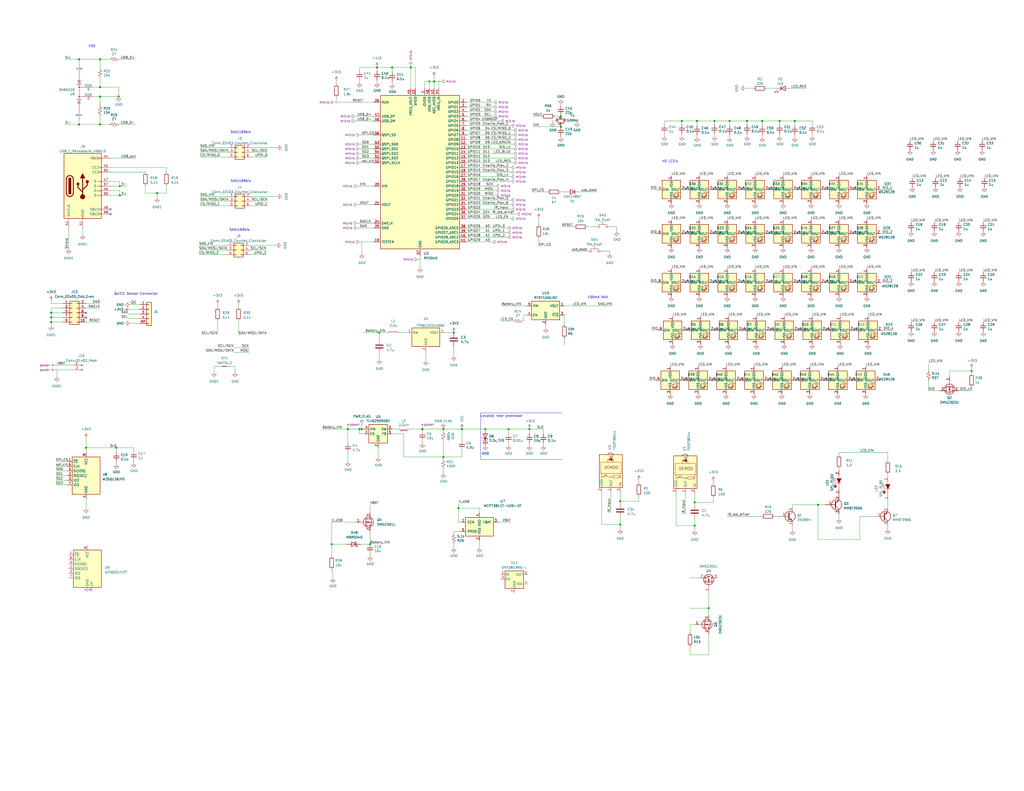
<source format=kicad_sch>
(kicad_sch (version 20230121) (generator eeschema)
  (paper "C")
  (title_block (date "2024-02-03"))
  (junction (at 252.095 234.315))
  (junction (at 241.935 249.555))
  (junction (at 236.855 44.45))
  (junction (at 379.095 274.32))
  (junction (at 306.07 63.5))
  (junction (at 530.225 202.565))
  (junction (at 425.45 66.04))
  (junction (at 43.18 32.385))
  (junction (at 288.925 234.315))
  (junction (at 27.94 175.895))
  (junction (at 389.89 66.04))
  (junction (at 415.925 66.04))
  (junction (at 65.405 101.6))
  (junction (at 189.865 234.315))
  (junction (at 338.455 273.685))
  (junction (at 247.65 181.61))
  (junction (at 380.365 66.04))
  (junction (at 65.405 106.68))
  (junction (at 224.155 36.83))
  (junction (at 306.07 69.215))
  (junction (at 213.995 36.83))
  (junction (at 230.505 234.315))
  (junction (at 180.975 297.18))
  (junction (at 27.94 173.355))
  (junction (at 46.99 244.475))
  (junction (at 446.405 275.59))
  (junction (at 407.67 66.04))
  (junction (at 433.705 66.04))
  (junction (at 54.61 47.625))
  (junction (at 241.935 234.315))
  (junction (at 398.145 66.04))
  (junction (at 372.11 66.04))
  (junction (at 54.61 52.705))
  (junction (at 54.61 67.945))
  (junction (at 207.01 181.61))
  (junction (at 379.095 287.02))
  (junction (at 43.18 67.945))
  (junction (at 197.485 234.315))
  (junction (at 250.19 277.495))
  (junction (at 264.795 234.315))
  (junction (at 205.74 36.83))
  (junction (at 27.94 170.815))
  (junction (at 63.5 244.475))
  (junction (at 85.725 105.41))
  (junction (at 196.215 234.315))
  (junction (at 201.93 297.18))
  (junction (at 338.455 286.385))
  (junction (at 234.315 44.45))
  (junction (at 54.61 32.385))
  (junction (at 277.495 234.315))
  (junction (at 64.77 52.705))
  (junction (at 386.715 332.105))
  (no_connect (at 46.99 173.355))
  (no_connect (at 60.325 114.3))
  (no_connect (at 60.325 116.84))
  (no_connect (at 46.99 170.815))
  (wire (pts (xy 254.635 129.54) (xy 275.59 129.54)))
  (wire (pts (xy 336.55 123.825) (xy 336.55 126.365)))
  (wire (pts (xy 125.095 200.025) (xy 128.27 200.025)))
  (wire (pts (xy 27.94 175.895) (xy 27.94 177.8)))
  (wire (pts (xy 180.975 285.115) (xy 180.975 297.18)))
  (wire (pts (xy 241.935 249.555) (xy 252.095 249.555)))
  (wire (pts (xy 226.695 36.83) (xy 226.695 48.26)))
  (wire (pts (xy 71.12 176.53) (xy 76.2 176.53)))
  (wire (pts (xy 189.865 234.315) (xy 196.215 234.315)))
  (wire (pts (xy 43.18 32.385) (xy 35.56 32.385)))
  (polyline (pts (xy 262.255 225.425) (xy 262.255 250.825)))
  (wire (pts (xy 63.5 252.095) (xy 63.5 253.365)))
  (wire (pts (xy 254.635 58.42) (xy 267.97 58.42)))
  (wire (pts (xy 73.025 251.46) (xy 73.025 252.73)))
  (wire (pts (xy 213.995 39.37) (xy 213.995 36.83)))
  (wire (pts (xy 197.485 73.66) (xy 203.835 73.66)))
  (wire (pts (xy 296.545 236.855) (xy 296.545 234.315)))
  (wire (pts (xy 180.975 303.53) (xy 180.975 297.18)))
  (wire (pts (xy 109.22 83.185) (xy 124.46 83.185)))
  (wire (pts (xy 252.095 234.315) (xy 252.095 240.665)))
  (wire (pts (xy 116.84 200.025) (xy 116.84 203.2)))
  (wire (pts (xy 484.505 247.015) (xy 484.505 251.46)))
  (wire (pts (xy 290.83 63.5) (xy 295.275 63.5)))
  (wire (pts (xy 254.635 83.82) (xy 278.765 83.82)))
  (wire (pts (xy 30.48 262.255) (xy 36.83 262.255)))
  (wire (pts (xy 37.465 135.89) (xy 37.465 124.46)))
  (wire (pts (xy 314.96 66.04) (xy 314.96 66.675)))
  (wire (pts (xy 362.585 73.025) (xy 362.585 74.295)))
  (wire (pts (xy 224.155 36.83) (xy 224.155 48.26)))
  (wire (pts (xy 130.175 175.26) (xy 130.175 182.88)))
  (wire (pts (xy 54.61 32.385) (xy 54.61 37.465)))
  (wire (pts (xy 254.635 109.22) (xy 277.495 109.22)))
  (wire (pts (xy 277.495 234.315) (xy 277.495 236.855)))
  (wire (pts (xy 27.94 168.275) (xy 27.94 170.815)))
  (wire (pts (xy 254.635 93.98) (xy 277.495 93.98)))
  (wire (pts (xy 374.015 269.24) (xy 374.015 280.67)))
  (wire (pts (xy 254.635 111.76) (xy 277.495 111.76)))
  (wire (pts (xy 273.05 175.26) (xy 280.035 175.26)))
  (wire (pts (xy 376.555 357.505) (xy 386.715 357.505)))
  (wire (pts (xy 506.73 198.12) (xy 506.73 202.565)))
  (wire (pts (xy 73.66 67.945) (xy 64.77 67.945)))
  (wire (pts (xy 213.995 36.83) (xy 224.155 36.83)))
  (wire (pts (xy 254.635 127) (xy 275.59 127)))
  (wire (pts (xy 254.635 73.66) (xy 278.765 73.66)))
  (wire (pts (xy 196.215 36.83) (xy 205.74 36.83)))
  (wire (pts (xy 307.975 177.165) (xy 307.975 172.085)))
  (wire (pts (xy 46.99 239.395) (xy 46.99 244.475)))
  (wire (pts (xy 189.865 241.935) (xy 189.865 234.315)))
  (wire (pts (xy 338.455 282.575) (xy 338.455 286.385)))
  (wire (pts (xy 332.74 137.16) (xy 329.565 137.16)))
  (wire (pts (xy 484.505 287.02) (xy 484.505 288.925)))
  (wire (pts (xy 410.845 48.26) (xy 407.035 48.26)))
  (wire (pts (xy 64.77 47.625) (xy 64.77 52.705)))
  (wire (pts (xy 457.835 269.875) (xy 457.835 270.51)))
  (wire (pts (xy 231.775 44.45) (xy 231.775 48.26)))
  (wire (pts (xy 254.635 91.44) (xy 277.495 91.44)))
  (wire (pts (xy 31.115 205.74) (xy 31.115 201.93)))
  (wire (pts (xy 431.165 48.26) (xy 440.055 48.26)))
  (wire (pts (xy 196.215 101.6) (xy 203.835 101.6)))
  (wire (pts (xy 338.455 268.605) (xy 338.455 273.685)))
  (wire (pts (xy 27.94 175.895) (xy 34.29 175.895)))
  (wire (pts (xy 128.27 200.025) (xy 128.27 203.2)))
  (wire (pts (xy 376.555 353.06) (xy 376.555 357.505)))
  (wire (pts (xy 197.485 83.82) (xy 203.835 83.82)))
  (wire (pts (xy 354.965 127.635) (xy 358.775 127.635)))
  (wire (pts (xy 59.69 32.385) (xy 54.61 32.385)))
  (wire (pts (xy 306.07 57.785) (xy 306.07 57.15)))
  (wire (pts (xy 213.995 236.855) (xy 220.345 236.855)))
  (wire (pts (xy 27.94 168.275) (xy 34.29 168.275)))
  (wire (pts (xy 109.22 85.725) (xy 124.46 85.725)))
  (wire (pts (xy 530.225 211.455) (xy 530.225 213.36)))
  (wire (pts (xy 197.485 231.775) (xy 197.485 234.315)))
  (polyline (pts (xy 306.705 250.825) (xy 262.255 250.825)))
  (wire (pts (xy 306.07 62.865) (xy 306.07 63.5)))
  (wire (pts (xy 446.405 275.59) (xy 446.405 294.64)))
  (wire (pts (xy 376.555 315.595) (xy 381.635 315.595)))
  (wire (pts (xy 65.405 101.6) (xy 69.215 101.6)))
  (wire (pts (xy 194.31 285.115) (xy 180.975 285.115)))
  (wire (pts (xy 250.19 285.115) (xy 251.46 285.115)))
  (wire (pts (xy 241.935 249.555) (xy 241.935 240.665)))
  (wire (pts (xy 254.635 71.12) (xy 278.765 71.12)))
  (wire (pts (xy 254.635 96.52) (xy 277.495 96.52)))
  (wire (pts (xy 197.485 86.36) (xy 203.835 86.36)))
  (wire (pts (xy 31.115 201.93) (xy 40.005 201.93)))
  (wire (pts (xy 389.255 262.89) (xy 389.255 264.16)))
  (wire (pts (xy 432.435 275.59) (xy 432.435 276.86)))
  (wire (pts (xy 239.395 48.26) (xy 239.395 44.45)))
  (wire (pts (xy 175.895 234.315) (xy 189.865 234.315)))
  (wire (pts (xy 30.48 257.175) (xy 36.83 257.175)))
  (wire (pts (xy 30.48 259.715) (xy 36.83 259.715)))
  (wire (pts (xy 79.375 105.41) (xy 85.725 105.41)))
  (wire (pts (xy 196.215 111.76) (xy 203.835 111.76)))
  (wire (pts (xy 294.005 130.175) (xy 294.005 134.62)))
  (wire (pts (xy 73.025 246.38) (xy 73.025 244.475)))
  (wire (pts (xy 27.94 165.735) (xy 34.29 165.735)))
  (wire (pts (xy 264.795 234.315) (xy 277.495 234.315)))
  (wire (pts (xy 194.945 63.5) (xy 203.835 63.5)))
  (wire (pts (xy 407.67 66.04) (xy 415.925 66.04)))
  (wire (pts (xy 30.48 264.795) (xy 36.83 264.795)))
  (wire (pts (xy 487.045 154.305) (xy 480.695 154.305)))
  (wire (pts (xy 60.325 104.14) (xy 65.405 104.14)))
  (wire (pts (xy 277.495 241.935) (xy 277.495 243.205)))
  (wire (pts (xy 433.705 68.58) (xy 433.705 66.04)))
  (wire (pts (xy 407.67 67.945) (xy 407.67 66.04)))
  (wire (pts (xy 197.485 88.9) (xy 203.835 88.9)))
  (wire (pts (xy 379.095 269.24) (xy 379.095 274.32)))
  (wire (pts (xy 241.935 234.315) (xy 252.095 234.315)))
  (wire (pts (xy 201.93 275.59) (xy 201.93 280.035)))
  (wire (pts (xy 109.22 107.315) (xy 124.46 107.315)))
  (wire (pts (xy 518.16 202.565) (xy 530.225 202.565)))
  (wire (pts (xy 27.94 173.355) (xy 34.29 173.355)))
  (wire (pts (xy 46.99 244.475) (xy 63.5 244.475)))
  (wire (pts (xy 261.62 277.495) (xy 250.19 277.495)))
  (wire (pts (xy 230.505 240.665) (xy 230.505 241.935)))
  (wire (pts (xy 43.18 67.945) (xy 43.18 65.405)))
  (wire (pts (xy 65.405 101.6) (xy 60.325 101.6)))
  (wire (pts (xy 60.325 93.98) (xy 79.375 93.98)))
  (wire (pts (xy 180.975 297.18) (xy 189.23 297.18)))
  (wire (pts (xy 254.635 119.38) (xy 277.495 119.38)))
  (wire (pts (xy 372.11 73.025) (xy 372.11 74.295)))
  (wire (pts (xy 301.625 66.04) (xy 301.625 66.675)))
  (wire (pts (xy 213.995 234.315) (xy 217.805 234.315)))
  (wire (pts (xy 261.62 299.085) (xy 261.62 295.275)))
  (wire (pts (xy 368.935 269.24) (xy 368.935 287.02)))
  (wire (pts (xy 506.73 213.36) (xy 513.08 213.36)))
  (wire (pts (xy 207.01 181.61) (xy 210.82 181.61)))
  (wire (pts (xy 222.885 234.315) (xy 230.505 234.315)))
  (wire (pts (xy 254.635 88.9) (xy 278.765 88.9)))
  (wire (pts (xy 30.48 252.095) (xy 36.83 252.095)))
  (wire (pts (xy 271.78 285.115) (xy 278.765 285.115)))
  (wire (pts (xy 90.805 105.41) (xy 90.805 101.6)))
  (wire (pts (xy 355.6 180.34) (xy 359.41 180.34)))
  (wire (pts (xy 254.635 116.84) (xy 280.67 116.84)))
  (wire (pts (xy 469.265 281.94) (xy 476.885 281.94)))
  (wire (pts (xy 484.505 259.08) (xy 484.505 260.35)))
  (wire (pts (xy 425.45 67.945) (xy 425.45 66.04)))
  (wire (pts (xy 229.235 139.7) (xy 229.235 146.05)))
  (wire (pts (xy 506.73 207.645) (xy 506.73 213.36)))
  (wire (pts (xy 236.855 41.91) (xy 236.855 44.45)))
  (wire (pts (xy 120.015 200.025) (xy 116.84 200.025)))
  (wire (pts (xy 398.145 66.04) (xy 407.67 66.04)))
  (wire (pts (xy 530.225 202.565) (xy 530.225 201.295)))
  (wire (pts (xy 418.465 48.26) (xy 423.545 48.26)))
  (wire (pts (xy 415.925 68.58) (xy 415.925 66.04)))
  (wire (pts (xy 27.94 173.355) (xy 27.94 175.895)))
  (wire (pts (xy 380.365 73.66) (xy 380.365 74.93)))
  (wire (pts (xy 71.12 168.91) (xy 76.2 168.91)))
  (wire (pts (xy 252.095 234.315) (xy 264.795 234.315)))
  (wire (pts (xy 234.315 44.45) (xy 234.315 48.26)))
  (wire (pts (xy 302.895 63.5) (xy 306.07 63.5)))
  (wire (pts (xy 206.375 249.555) (xy 206.375 244.475)))
  (wire (pts (xy 319.405 137.16) (xy 311.785 137.16)))
  (wire (pts (xy 254.635 68.58) (xy 277.495 68.58)))
  (wire (pts (xy 285.75 172.085) (xy 287.655 172.085)))
  (wire (pts (xy 136.525 133.985) (xy 150.495 133.985)))
  (wire (pts (xy 254.635 132.08) (xy 267.335 132.08)))
  (wire (pts (xy 379.095 283.21) (xy 379.095 287.02)))
  (wire (pts (xy 230.505 234.315) (xy 241.935 234.315)))
  (wire (pts (xy 334.01 123.825) (xy 336.55 123.825)))
  (wire (pts (xy 288.925 234.315) (xy 296.545 234.315)))
  (wire (pts (xy 254.635 76.2) (xy 278.765 76.2)))
  (wire (pts (xy 425.45 73.025) (xy 425.45 74.295)))
  (wire (pts (xy 254.635 63.5) (xy 267.97 63.5)))
  (wire (pts (xy 389.89 73.025) (xy 389.89 74.295)))
  (wire (pts (xy 254.635 66.04) (xy 271.78 66.04)))
  (wire (pts (xy 118.745 166.37) (xy 118.745 167.64)))
  (wire (pts (xy 354.965 103.505) (xy 358.775 103.505)))
  (wire (pts (xy 197.485 234.315) (xy 198.755 234.315)))
  (wire (pts (xy 288.925 243.205) (xy 288.925 241.935)))
  (wire (pts (xy 27.94 170.815) (xy 27.94 173.355)))
  (wire (pts (xy 239.395 44.45) (xy 236.855 44.45)))
  (wire (pts (xy 415.925 73.66) (xy 415.925 74.93)))
  (wire (pts (xy 183.515 55.88) (xy 183.515 53.34)))
  (wire (pts (xy 127.635 192.405) (xy 135.89 192.405)))
  (wire (pts (xy 79.375 101.6) (xy 79.375 105.41)))
  (wire (pts (xy 443.23 73.025) (xy 443.23 74.295)))
  (wire (pts (xy 338.455 286.385) (xy 338.455 288.925)))
  (wire (pts (xy 46.99 175.895) (xy 54.61 175.895)))
  (wire (pts (xy 109.22 112.395) (xy 124.46 112.395)))
  (wire (pts (xy 197.485 81.28) (xy 203.835 81.28)))
  (wire (pts (xy 285.115 175.26) (xy 285.75 175.26)))
  (wire (pts (xy 59.69 67.945) (xy 54.61 67.945)))
  (wire (pts (xy 308.61 66.04) (xy 314.96 66.04)))
  (wire (pts (xy 487.045 103.505) (xy 480.695 103.505)))
  (wire (pts (xy 446.405 275.59) (xy 432.435 275.59)))
  (wire (pts (xy 277.495 234.315) (xy 288.925 234.315)))
  (wire (pts (xy 183.515 44.45) (xy 183.515 45.72)))
  (wire (pts (xy 201.93 302.26) (xy 201.93 303.53)))
  (wire (pts (xy 31.115 199.39) (xy 40.005 199.39)))
  (wire (pts (xy 90.805 93.98) (xy 90.805 91.44)))
  (wire (pts (xy 320.675 123.825) (xy 323.85 123.825)))
  (wire (pts (xy 306.705 123.825) (xy 313.055 123.825)))
  (wire (pts (xy 254.635 104.14) (xy 269.24 104.14)))
  (wire (pts (xy 389.89 67.945) (xy 389.89 66.04)))
  (wire (pts (xy 290.83 69.215) (xy 306.07 69.215)))
  (wire (pts (xy 137.16 80.645) (xy 151.13 80.645)))
  (wire (pts (xy 220.345 236.855) (xy 220.345 249.555)))
  (wire (pts (xy 46.99 244.475) (xy 46.99 247.015)))
  (wire (pts (xy 247.65 189.23) (xy 247.65 194.31)))
  (wire (pts (xy 328.295 268.605) (xy 328.295 286.385)))
  (wire (pts (xy 443.23 67.945) (xy 443.23 66.04)))
  (wire (pts (xy 130.175 166.37) (xy 130.175 167.64)))
  (wire (pts (xy 354.33 207.645) (xy 358.14 207.645)))
  (wire (pts (xy 213.995 44.45) (xy 213.995 45.72)))
  (wire (pts (xy 54.61 165.735) (xy 46.99 165.735)))
  (wire (pts (xy 354.965 154.305) (xy 358.775 154.305)))
  (wire (pts (xy 241.935 255.905) (xy 241.935 258.445)))
  (wire (pts (xy 457.835 247.015) (xy 484.505 247.015)))
  (wire (pts (xy 407.67 73.025) (xy 407.67 74.295)))
  (wire (pts (xy 137.16 85.725) (xy 146.05 85.725)))
  (wire (pts (xy 189.865 247.015) (xy 189.865 252.095)))
  (wire (pts (xy 85.725 105.41) (xy 90.805 105.41)))
  (wire (pts (xy 54.61 168.275) (xy 46.99 168.275)))
  (wire (pts (xy 197.485 78.74) (xy 203.835 78.74)))
  (wire (pts (xy 196.215 236.855) (xy 196.215 234.315)))
  (wire (pts (xy 118.745 175.26) (xy 118.745 182.88)))
  (wire (pts (xy 54.61 62.865) (xy 54.61 67.945)))
  (wire (pts (xy 85.725 105.41) (xy 85.725 107.95)))
  (wire (pts (xy 220.345 249.555) (xy 241.935 249.555)))
  (wire (pts (xy 487.68 180.34) (xy 481.33 180.34)))
  (wire (pts (xy 181.61 311.15) (xy 180.975 311.15)))
  (wire (pts (xy 264.795 235.585) (xy 264.795 234.315)))
  (wire (pts (xy 242.57 181.61) (xy 247.65 181.61)))
  (wire (pts (xy 254.635 99.06) (xy 277.495 99.06)))
  (wire (pts (xy 136.525 136.525) (xy 145.415 136.525)))
  (wire (pts (xy 487.045 127.635) (xy 480.695 127.635)))
  (wire (pts (xy 308.61 104.775) (xy 306.07 104.775)))
  (wire (pts (xy 325.755 104.775) (xy 316.23 104.775)))
  (wire (pts (xy 425.45 66.04) (xy 433.705 66.04)))
  (wire (pts (xy 297.815 177.165) (xy 297.815 179.07)))
  (wire (pts (xy 376.555 332.105) (xy 386.715 332.105)))
  (wire (pts (xy 60.325 99.06) (xy 65.405 99.06)))
  (wire (pts (xy 252.095 249.555) (xy 252.095 245.745)))
  (wire (pts (xy 379.095 287.02) (xy 379.095 289.56)))
  (wire (pts (xy 285.75 175.26) (xy 285.75 172.085)))
  (wire (pts (xy 205.74 36.83) (xy 213.995 36.83)))
  (wire (pts (xy 362.585 67.945) (xy 362.585 66.04)))
  (wire (pts (xy 108.585 133.985) (xy 123.825 133.985)))
  (wire (pts (xy 457.835 280.67) (xy 457.835 283.21)))
  (wire (pts (xy 446.405 294.64) (xy 469.265 294.64)))
  (wire (pts (xy 484.505 273.05) (xy 484.505 276.86)))
  (wire (pts (xy 65.405 106.68) (xy 69.215 106.68)))
  (wire (pts (xy 389.89 66.04) (xy 398.145 66.04)))
  (wire (pts (xy 469.265 294.64) (xy 469.265 281.94)))
  (wire (pts (xy 296.545 241.935) (xy 296.545 243.205)))
  (wire (pts (xy 306.07 68.58) (xy 306.07 69.215)))
  (wire (pts (xy 372.11 66.04) (xy 380.365 66.04)))
  (wire (pts (xy 196.215 234.315) (xy 197.485 234.315)))
  (wire (pts (xy 109.22 109.855) (xy 124.46 109.855)))
  (wire (pts (xy 197.485 132.08) (xy 197.485 138.43)))
  (wire (pts (xy 127.635 189.865) (xy 135.89 189.865)))
  (wire (pts (xy 194.945 66.04) (xy 203.835 66.04)))
  (wire (pts (xy 432.435 287.02) (xy 432.435 289.56)))
  (wire (pts (xy 376.555 340.995) (xy 379.095 340.995)))
  (wire (pts (xy 64.77 47.625) (xy 54.61 47.625)))
  (wire (pts (xy 196.215 38.735) (xy 196.215 36.83)))
  (wire (pts (xy 137.16 112.395) (xy 146.05 112.395)))
  (wire (pts (xy 137.16 109.855) (xy 146.05 109.855)))
  (wire (pts (xy 530.225 202.565) (xy 530.225 203.835)))
  (wire (pts (xy 30.48 254.635) (xy 36.83 254.635)))
  (wire (pts (xy 218.44 181.61) (xy 222.25 181.61)))
  (wire (pts (xy 197.485 132.08) (xy 203.835 132.08)))
  (wire (pts (xy 230.505 234.315) (xy 230.505 235.585)))
  (wire (pts (xy 348.615 271.145) (xy 348.615 273.685)))
  (wire (pts (xy 348.615 262.255) (xy 348.615 263.525)))
  (wire (pts (xy 74.295 86.36) (xy 60.325 86.36)))
  (wire (pts (xy 530.225 213.36) (xy 523.24 213.36)))
  (wire (pts (xy 136.525 139.065) (xy 145.415 139.065)))
  (wire (pts (xy 294.005 119.38) (xy 294.005 122.555)))
  (wire (pts (xy 386.715 332.105) (xy 386.715 323.215)))
  (wire (pts (xy 307.975 184.785) (xy 307.975 188.595)))
  (wire (pts (xy 250.19 277.495) (xy 250.19 274.955)))
  (wire (pts (xy 198.755 236.855) (xy 196.215 236.855)))
  (wire (pts (xy 433.705 73.66) (xy 433.705 74.93)))
  (wire (pts (xy 518.16 205.74) (xy 518.16 202.565)))
  (wire (pts (xy 64.77 32.385) (xy 73.66 32.385)))
  (wire (pts (xy 422.91 281.94) (xy 424.815 281.94)))
  (wire (pts (xy 306.07 74.295) (xy 306.07 74.93)))
  (wire (pts (xy 298.45 104.775) (xy 290.195 104.775)))
  (wire (pts (xy 241.935 235.585) (xy 241.935 234.315)))
  (wire (pts (xy 54.61 52.705) (xy 54.61 57.785)))
  (wire (pts (xy 338.455 273.685) (xy 338.455 274.955)))
  (wire (pts (xy 203.835 55.88) (xy 183.515 55.88)))
  (wire (pts (xy 372.11 67.945) (xy 372.11 66.04)))
  (wire (pts (xy 108.585 136.525) (xy 123.825 136.525)))
  (wire (pts (xy 333.375 268.605) (xy 333.375 280.035)))
  (wire (pts (xy 224.155 36.83) (xy 226.695 36.83)))
  (wire (pts (xy 332.74 137.16) (xy 332.74 138.43)))
  (wire (pts (xy 71.12 166.37) (xy 76.2 166.37)))
  (wire (pts (xy 196.85 297.18) (xy 201.93 297.18)))
  (wire (pts (xy 27.94 164.465) (xy 27.94 165.735)))
  (wire (pts (xy 247.65 291.465) (xy 247.65 290.195)))
  (wire (pts (xy 43.18 32.385) (xy 43.18 34.925)))
  (wire (pts (xy 398.145 68.58) (xy 398.145 66.04)))
  (wire (pts (xy 50.8 47.625) (xy 54.61 47.625)))
  (wire (pts (xy 54.61 47.625) (xy 54.61 42.545)))
  (wire (pts (xy 232.41 191.77) (xy 232.41 196.85)))
  (wire (pts (xy 328.295 286.385) (xy 338.455 286.385)))
  (wire (pts (xy 137.16 107.315) (xy 151.13 107.315)))
  (wire (pts (xy 273.685 167.005) (xy 287.655 167.005)))
  (wire (pts (xy 181.61 315.595) (xy 181.61 311.15)))
  (wire (pts (xy 196.215 121.92) (xy 203.835 121.92)))
  (wire (pts (xy 254.635 60.96) (xy 267.97 60.96)))
  (wire (pts (xy 234.315 44.45) (xy 231.775 44.45)))
  (polyline (pts (xy 262.255 225.425) (xy 306.705 225.425)))
  (wire (pts (xy 386.715 357.505) (xy 386.715 346.075)))
  (wire (pts (xy 205.74 43.815) (xy 205.74 45.085)))
  (wire (pts (xy 63.5 247.015) (xy 63.5 244.475)))
  (wire (pts (xy 46.99 272.415) (xy 46.99 277.495)))
  (wire (pts (xy 288.925 236.855) (xy 288.925 234.315)))
  (wire (pts (xy 457.835 247.015) (xy 457.835 248.285)))
  (wire (pts (xy 303.53 66.04) (xy 301.625 66.04)))
  (wire (pts (xy 457.835 255.905) (xy 457.835 257.175)))
  (wire (pts (xy 65.405 106.68) (xy 60.325 106.68)))
  (wire (pts (xy 254.635 55.88) (xy 267.97 55.88)))
  (wire (pts (xy 196.215 124.46) (xy 203.835 124.46)))
  (wire (pts (xy 198.12 181.61) (xy 207.01 181.61)))
  (wire (pts (xy 389.255 274.32) (xy 379.095 274.32)))
  (wire (pts (xy 254.635 81.28) (xy 278.765 81.28)))
  (wire (pts (xy 63.5 244.475) (xy 73.025 244.475)))
  (wire (pts (xy 64.77 52.705) (xy 54.61 52.705)))
  (wire (pts (xy 236.855 44.45) (xy 234.315 44.45)))
  (wire (pts (xy 196.215 43.815) (xy 196.215 45.085)))
  (wire (pts (xy 415.29 281.94) (xy 396.875 281.94)))
  (wire (pts (xy 247.65 290.195) (xy 251.46 290.195)))
  (wire (pts (xy 389.255 271.78) (xy 389.255 274.32)))
  (wire (pts (xy 254.635 124.46) (xy 275.59 124.46)))
  (wire (pts (xy 137.16 83.185) (xy 146.05 83.185)))
  (wire (pts (xy 307.975 167.005) (xy 334.01 167.005)))
  (wire (pts (xy 362.585 66.04) (xy 372.11 66.04)))
  (wire (pts (xy 50.8 52.705) (xy 54.61 52.705)))
  (wire (pts (xy 450.215 275.59) (xy 446.405 275.59)))
  (wire (pts (xy 43.18 67.945) (xy 35.56 67.945)))
  (wire (pts (xy 415.925 66.04) (xy 425.45 66.04)))
  (wire (pts (xy 69.85 173.99) (xy 76.2 173.99)))
  (wire (pts (xy 379.095 274.32) (xy 379.095 275.59)))
  (wire (pts (xy 254.635 86.36) (xy 278.765 86.36)))
  (wire (pts (xy 380.365 68.58) (xy 380.365 66.04)))
  (wire (pts (xy 54.61 67.945) (xy 43.18 67.945)))
  (wire (pts (xy 207.01 193.04) (xy 207.01 196.215)))
  (wire (pts (xy 433.705 66.04) (xy 443.23 66.04)))
  (wire (pts (xy 386.715 332.105) (xy 386.715 335.915)))
  (wire (pts (xy 380.365 66.04) (xy 389.89 66.04)))
  (wire (pts (xy 348.615 273.685) (xy 338.455 273.685)))
  (wire (pts (xy 108.585 139.065) (xy 123.825 139.065)))
  (wire (pts (xy 236.855 44.45) (xy 236.855 48.26)))
  (wire (pts (xy 376.555 345.44) (xy 376.555 340.995)))
  (wire (pts (xy 27.94 170.815) (xy 34.29 170.815)))
  (wire (pts (xy 45.085 128.27) (xy 45.085 124.46)))
  (wire (pts (xy 398.145 73.66) (xy 398.145 74.93)))
  (wire (pts (xy 247.65 296.545) (xy 247.65 299.085)))
  (wire (pts (xy 69.85 171.45) (xy 76.2 171.45)))
  (wire (pts (xy 90.805 91.44) (xy 60.325 91.44)))
  (wire (pts (xy 261.62 277.495) (xy 261.62 280.035)))
  (wire (pts (xy 254.635 78.74) (xy 278.765 78.74)))
  (wire (pts (xy 207.01 181.61) (xy 207.01 185.42)))
  (wire (pts (xy 254.635 106.68) (xy 269.24 106.68)))
  (wire (pts (xy 201.93 297.18) (xy 201.93 290.195)))
  (wire (pts (xy 368.935 287.02) (xy 379.095 287.02)))
  (wire (pts (xy 54.61 32.385) (xy 43.18 32.385)))
  (wire (pts (xy 254.635 101.6) (xy 269.24 101.6)))
  (wire (pts (xy 250.19 277.495) (xy 250.19 285.115)))
  (wire (pts (xy 65.405 99.06) (xy 65.405 101.6)))
  (wire (pts (xy 65.405 104.14) (xy 65.405 106.68)))
  (wire (pts (xy 109.22 80.645) (xy 124.46 80.645)))
  (wire (pts (xy 205.74 38.735) (xy 205.74 36.83)))
  (wire (pts (xy 254.635 114.3) (xy 277.495 114.3)))
  (wire (pts (xy 241.935 249.555) (xy 241.935 250.825)))
  (text "SAOv169bis" (at 125.73 73.025 0) (effects (font (size 1.27 1.27)) (justify left bottom)))
  (text "QUICC Sensor Connector" (at 62.23 161.29 0) (effects (font (size 1.27 1.27)) (justify left bottom)))
  (text "ESD " (at 48.26 26.035 0) (effects (font (size 1.27 1.27)) (justify left bottom)))
  (text "SAOv169bis" (at 125.73 99.695 0) (effects (font (size 1.27 1.27)) (justify left bottom)))
  (text "100mA MAX" (at 320.675 163.195 0) (effects (font (size 1.27 1.27)) (justify left bottom)))
  (text "Located near processor" (at 262.255 227.965 0) (effects (font (size 1.27 1.27)) (justify left bottom)))
  (text "SAOv169bis" (at 125.095 126.365 0) (effects (font (size 1.27 1.27)) (justify left bottom)))
  (text "40 LED's" (at 361.315 88.9 0) (effects (font (size 1.27 1.27)) (justify left bottom)))
  (label "Battery_VIN" (at 201.93 297.18 0))
  (label "SCL" (at 267.97 63.5 180))
  (label "RX" (at 267.97 58.42 180))
  (label "MOSI" (at 135.89 192.405 180))
  (label "SDA{slash}MOSI{slash}DATA" (at 108.585 136.525 0))
  (label "A2" (at 267.335 129.54 180))
  (label "LED_VIN" (at 427.355 120.015 0))
  (label "LED_VIN" (at 497.84 97.155 0))
  (label "LED_VIN" (at 442.595 95.885 0))
  (label "Charlie_Plex_5" (at 277.495 109.22 180))
  (label "Charlie_Plex_4" (at 277.495 99.06 180))
  (label "Shield" (at 37.465 135.89 90))
  (label "LED_VIN" (at 427.99 172.72 0))
  (label "USB_D-" (at 73.66 67.945 180))
  (label "A0" (at 267.335 124.46 180))
  (label "USB_D+" (at 194.945 63.5 0))
  (label "LED_VIN" (at 472.44 200.025 0))
  (label "usb_boot" (at 311.785 137.16 0))
  (label "SD3" (at 197.485 86.36 0))
  (label "D-" (at 69.215 101.6 180))
  (label "SDA" (at 69.85 171.45 180))
  (label "USB_D-" (at 194.945 66.04 0))
  (label "D10" (at 267.335 81.28 180))
  (label "DIO_1" (at 487.045 103.505 180))
  (label "VBAT" (at 31.115 199.39 0))
  (label "RESET" (at 54.61 175.895 180))
  (label "LED_VIN" (at 509.27 76.835 0))
  (label "LED_VIN" (at 367.03 172.72 0))
  (label "A3" (at 267.335 132.08 180))
  (label "SDA{slash}MOSI{slash}DATA" (at 130.175 182.88 0))
  (label "LED_VIN" (at 412.75 172.72 0))
  (label "LED_EN" (at 277.495 119.38 180))
  (label "SDA" (at 267.97 60.96 180))
  (label "LED_VIN" (at 412.115 146.685 0))
  (label "LED_VIN" (at 537.21 97.155 0))
  (label "XOUT" (at 196.215 111.76 0))
  (label "D5" (at 267.335 73.66 180))
  (label "Charlie_Plex_3" (at 277.495 93.98 180))
  (label "CS{slash}MISO_1" (at 109.22 112.395 0))
  (label "GPIO7" (at 262.255 73.66 180))
  (label "LED_BLUE" (at 278.765 83.82 180))
  (label "DIO" (at 506.73 213.36 0))
  (label "LED_VIN" (at 509.905 175.895 0))
  (label "GPIO10" (at 262.255 81.28 180))
  (label "GPIO3" (at 262.255 63.5 180))
  (label "USB_pwr" (at 74.295 86.36 180) (property "Intersheetrefs" "${INTERSHEET_REFS}" (effects hide)))
  (label "LED_EN" (at 273.05 175.26 0))
  (label "USBBOOT" (at 271.78 66.04 180))
  (label "LED_VIN" (at 396.875 146.685 0))
  (label "DIO_3" (at 355.6 180.34 0))
  (label "SPI_CS" (at 197.485 73.66 0))
  (label "GPIO17" (at 262.255 99.06 180))
  (label "UPDI_2" (at 145.415 139.065 180))
  (label "LED_VIN" (at 458.47 172.72 0))
  (label "IR_input" (at 277.495 114.3 180))
  (label "LED_VIN" (at 442.595 120.015 0))
  (label "LED_VIN" (at 510.54 97.155 0))
  (label "GPIO0" (at 262.255 55.88 180))
  (label "LED_VIN" (at 457.2 200.025 0))
  (label "SPI_CS" (at 30.48 252.095 0))
  (label "CS{slash}MISO_0" (at 278.765 71.12 180))
  (label "GPIO8" (at 262.255 76.2 180))
  (label "CS{slash}MISO_2" (at 108.585 139.065 0))
  (label "spi_clk" (at 30.48 254.635 0))
  (label "MISO" (at 269.24 106.68 180))
  (label "SCL{slash}SCK" (at 145.415 136.525 180))
  (label "LED_VIN" (at 536.575 121.285 0))
  (label "SAO_VIN" (at 334.01 167.005 180))
  (label "SWD" (at 54.61 165.735 180))
  (label "A1" (at 267.335 127 180))
  (label "XOUT" (at 290.83 63.5 0))
  (label "GPIO2" (at 262.255 60.96 180))
  (label "LED_VIN" (at 536.575 175.895 0))
  (label "GPIO19" (at 262.255 104.14 180))
  (label "spi_clk" (at 197.485 88.9 0))
  (label "DIO_4" (at 354.33 207.645 0))
  (label "SDA{slash}MOSI{slash}DATA" (at 109.22 109.855 0))
  (label "D13" (at 267.335 88.9 180))
  (label "GPIO16" (at 262.255 96.52 180))
  (label "LED_VIN" (at 426.72 200.025 0))
  (label "DIO_3" (at 487.045 154.305 180))
  (label "LED_VIN" (at 473.71 172.72 0))
  (label "D9" (at 267.335 78.74 180))
  (label "V_USB" (at 180.975 285.115 0))
  (label "LED_VIN" (at 536.575 148.59 0))
  (label "SCK" (at 135.89 189.865 180))
  (label "GPIO22" (at 262.255 111.76 180))
  (label "GPIO20" (at 262.255 106.68 180))
  (label "UPDI_1" (at 146.05 112.395 180))
  (label "Battery_VIN" (at 199.39 181.61 0))
  (label "CS{slash}MISO_1" (at 278.765 73.66 180))
  (label "LED_VIN" (at 523.24 148.59 0))
  (label "XIN" (at 290.83 69.215 0))
  (label "LED_VIN" (at 396.875 120.015 0))
  (label "LED_VIN" (at 381.635 120.015 0))
  (label "LED_GREEN" (at 278.765 78.74 180))
  (label "3v3" (at 63.5 244.475 180))
  (label "SCL{slash}SCK" (at 118.745 182.88 180))
  (label "LED_VIN" (at 457.835 120.015 0))
  (label "LED_VIN" (at 473.075 120.015 0))
  (label "LED_VIN" (at 506.73 198.12 0))
  (label "GPIO11" (at 262.255 83.82 180))
  (label "SCK" (at 269.24 101.6 180))
  (label "IR_led_driver" (at 280.67 116.84 180))
  (label "D11" (at 267.335 83.82 180))
  (label "SD2" (at 197.485 83.82 0))
  (label "GPIO12" (at 262.255 86.36 180))
  (label "LED_VIN" (at 396.875 95.885 0))
  (label "LED_VIN" (at 366.395 146.685 0))
  (label "LED_VIN" (at 535.94 76.835 0))
  (label "SD0" (at 197.485 78.74 0))
  (label "SCL" (at 69.85 173.99 180))
  (label "RESET" (at 306.705 123.825 0))
  (label "LED_VIN" (at 473.075 146.685 0))
  (label "LED_RED" (at 440.055 48.26 180))
  (label "usb_boot" (at 325.755 104.775 180))
  (label "MOSI" (at 269.24 104.14 180))
  (label "LED_VIN" (at 523.24 175.895 0))
  (label "DIO_LV" (at 277.495 96.52 180))
  (label "CS{slash}MISO_0" (at 109.22 85.725 0))
  (label "SWCLK" (at 54.61 168.275 180))
  (label "XIN" (at 196.215 101.6 0))
  (label "GPIO5" (at 262.255 68.58 180))
  (label "D24" (at 267.335 116.84 180))
  (label "D-" (at 35.56 67.945 0))
  (label "GPIO21" (at 262.255 109.22 180))
  (label "GPIO9" (at 262.255 78.74 180))
  (label "LED_VIN" (at 522.605 76.835 0))
  (label "IR_input" (at 333.375 280.035 90))
  (label "DIO_2" (at 487.045 127.635 180))
  (label "LED_VIN" (at 443.23 172.72 0))
  (label "LED_VIN" (at 396.24 200.025 0))
  (label "D25" (at 267.335 119.38 180))
  (label "UPDI_0" (at 146.05 85.725 180))
  (label "LED_VIN" (at 365.76 200.025 0))
  (label "LED_VIN" (at 427.355 95.885 0))
  (label "Charlie_Plex_2" (at 277.495 91.44 180))
  (label "RESET" (at 192.405 55.88 0))
  (label "VBAT" (at 278.765 285.115 180))
  (label "LED_VIN" (at 366.395 95.885 0))
  (label "GPIO25" (at 262.255 119.38 180))
  (label "LED_VIN" (at 397.51 172.72 0))
  (label "CS{slash}MISO_2" (at 278.765 76.2 180))
  (label "LED_VIN" (at 469.265 247.015 0))
  (label "SAO_VIN" (at 109.22 80.645 0))
  (label "LED_VIN" (at 412.115 120.015 0))
  (label "GPIO29" (at 262.255 132.08 180))
  (label "LED_VIN" (at 381 200.025 0))
  (label "Charlie_Plex_6" (at 277.495 111.76 180))
  (label "LED_VIN" (at 442.595 146.685 0))
  (label "SD0" (at 30.48 257.175 0))
  (label "LED_VIN" (at 411.48 200.025 0))
  (label "LED_VIN" (at 457.835 95.885 0))
  (label "UPDI_0" (at 275.59 124.46 180))
  (label "SAO_VIN" (at 108.585 133.985 0))
  (label "LED_VIN" (at 509.905 121.285 0))
  (label "LED_VIN" (at 381.635 95.885 0))
  (label "LED_VIN" (at 473.075 95.885 0))
  (label "DIO_LV" (at 530.225 213.36 180))
  (label "SCL{slash}SCK" (at 127.635 189.865 180))
  (label "SPI_CS" (at 290.195 104.775 0))
  (label "GPIO24" (at 262.255 116.84 180))
  (label "D+" (at 69.215 106.68 180))
  (label "VBAT" (at 201.93 275.59 0))
  (label "IR_led_driver" (at 396.875 281.94 0))
  (label "D12" (at 267.335 86.36 180))
  (label "D6" (at 267.335 76.2 180))
  (label "GPIO1" (at 262.255 58.42 180))
  (label "GPIO27" (at 262.255 127 180))
  (label "LED_VIN" (at 497.205 175.895 0))
  (label "D4" (at 267.335 71.12 180))
  (label "LED_VIN" (at 427.355 146.685 0))
  (label "SD2" (at 30.48 262.255 0))
  (label "LED_VIN" (at 381.635 146.685 0))
  (label "GPIO18" (at 262.255 101.6 180))
  (label "D+" (at 35.56 32.385 0))
  (label "LED_VIN" (at 320.04 167.005 180))
  (label "LED_VIN" (at 523.24 121.285 0))
  (label "LED_VIN" (at 496.57 76.835 0))
  (label "LED_RED" (at 278.765 88.9 180))
  (label "USB_D+" (at 73.66 32.385 180))
  (label "LED_VIN" (at 509.905 148.59 0))
  (label "SDA{slash}MOSI{slash}DATA" (at 127.635 192.405 180))
  (label "LED_VIN" (at 497.205 121.285 0))
  (label "DIO" (at 354.965 103.505 0))
  (label "GPIO23" (at 262.255 114.3 180))
  (label "GPIO6" (at 262.255 71.12 180))
  (label "GPIO15" (at 262.255 93.98 180))
  (label "SD1" (at 197.485 81.28 0))
  (label "DIO_1" (at 354.965 127.635 0))
  (label "TX" (at 267.97 55.88 180))
  (label "SD3" (at 30.48 264.795 0))
  (label "SPI_CS" (at 294.005 134.62 0))
  (label "GPIO4" (at 262.255 66.04 180))
  (label "SD1" (at 30.48 259.715 0))
  (label "GPIO28" (at 262.255 129.54 180))
  (label "LED_VIN" (at 457.835 146.685 0))
  (label "LED_VIN" (at 441.96 200.025 0))
  (label "GPIO13" (at 262.255 88.9 180))
  (label "SWD" (at 196.215 124.46 0))
  (label "Battery_VIN" (at 273.685 167.005 0))
  (label "Charlie_Plex_1" (at 277.495 68.58 180))
  (label "LED_VIN" (at 497.205 148.59 0))
  (label "LED_VIN" (at 382.27 172.72 0))
  (label "DIO_LV" (at 278.765 81.28 180))
  (label "3v3" (at 296.545 234.315 180))
  (label "V_USB" (at 250.19 274.955 0))
  (label "DIO_4" (at 487.68 180.34 180))
  (label "UPDI_1" (at 275.59 127 180))
  (label "SCL{slash}SCK" (at 146.05 109.855 180))
  (label "SCL{slash}SCK" (at 146.05 83.185 180))
  (label "DIO_2" (at 354.965 154.305 0))
  (label "SWCLK" (at 196.215 121.92 0))
  (label "LED_VIN" (at 523.875 97.155 0))
  (label "GPIO26" (at 262.255 124.46 180))
  (label "GPIO14" (at 262.255 91.44 180))
  (label "SDA{slash}MOSI{slash}DATA" (at 109.22 83.185 0))
  (label "UPDI_2" (at 275.59 129.54 180))
  (label "LED_VIN" (at 366.395 120.015 0))
  (label "LED_VIN" (at 412.115 95.885 0))
  (label "Battery_VIN" (at 175.895 234.315 0))
  (label "SAO_VIN" (at 109.22 107.315 0))
  (label "IR_input" (at 374.015 280.67 90))
  (netclass_flag "" (length 2.54) (shape rectangle) (at 224.155 36.83 0) (property "Netclass" "micro" (at 224.155 33.02 90) (effects (font italic) (justify left))))
  (netclass_flag "" (length 2.54) (shape rectangle) (at 183.515 55.88 90) (property "Netclass" "micro" (at 179.705 55.88 0) (effects (font italic) (justify right))))
  (netclass_flag "" (length 2.54) (shape rectangle) (at 277.495 96.52 270) (property "Netclass" "micro" (at 281.305 96.52 0) (effects (font italic) (justify left))))
  (netclass_flag "" (length 2.54) (shape rectangle) (at 229.235 141.605 90) (property "Netclass" "micro" (at 225.425 141.605 0) (effects (font italic) (justify right))))
  (netclass_flag "" (length 2.54) (shape dot) (at 31.115 201.93 90) (property "Netclass" "power" (at 21.59 201.93 0) (effects (font italic) (justify left))))
  (netclass_flag "" (length 2.54) (shape rectangle) (at 278.765 86.36 270) (property "Netclass" "micro" (at 282.575 86.36 0) (effects (font italic) (justify left))))
  (netclass_flag "" (length 2.54) (shape rectangle) (at 277.495 109.22 270) (property "Netclass" "micro" (at 281.305 109.22 0) (effects (font italic) (justify left))))
  (netclass_flag "" (length 2.54) (shape rectangle) (at 277.495 68.58 270) (property "Netclass" "micro" (at 281.305 68.58 0) (effects (font italic) (justify left))))
  (netclass_flag "" (length 2.54) (shape rectangle) (at 277.495 93.98 270) (property "Netclass" "micro" (at 281.305 93.98 0) (effects (font italic) (justify left))))
  (netclass_flag "" (length 2.54) (shape rectangle) (at 197.485 86.36 90) (property "Netclass" "micro" (at 193.675 86.36 0) (effects (font italic) (justify right))))
  (netclass_flag "" (length 2.54) (shape rectangle) (at 275.59 124.46 270) (property "Netclass" "micro" (at 279.4 124.46 0) (effects (font italic) (justify left))))
  (netclass_flag "" (length 2.54) (shape rectangle) (at 267.97 55.88 270) (property "Netclass" "micro" (at 271.78 55.88 0) (effects (font italic) (justify left))))
  (netclass_flag "" (length 2.54) (shape rectangle) (at 196.215 101.6 90) (property "Netclass" "micro" (at 192.405 101.6 0) (effects (font italic) (justify right))))
  (netclass_flag "" (length 2.54) (shape rectangle) (at 275.59 129.54 270) (property "Netclass" "micro" (at 279.4 129.54 0) (effects (font italic) (justify left))))
  (netclass_flag "" (length 2.54) (shape rectangle) (at 278.765 83.82 270) (property "Netclass" "micro" (at 282.575 83.82 0) (effects (font italic) (justify left))))
  (netclass_flag "" (length 2.54) (shape rectangle) (at 267.335 132.08 270) (property "Netclass" "micro" (at 271.145 132.08 0) (effects (font italic) (justify left))))
  (netclass_flag "" (length 2.54) (shape rectangle) (at 194.945 66.04 90) (property "Netclass" "micro" (at 191.135 66.04 0) (effects (font italic) (justify right))))
  (netclass_flag "" (length 2.54) (shape rectangle) (at 267.97 58.42 270) (property "Netclass" "micro" (at 271.78 58.42 0) (effects (font italic) (justify left))))
  (netclass_flag "" (length 2.54) (shape rectangle) (at 277.495 91.44 270) (property "Netclass" "micro" (at 281.305 91.44 0) (effects (font italic) (justify left))))
  (netclass_flag "" (length 2.54) (shape rectangle) (at 277.495 114.3 270) (property "Netclass" "micro" (at 281.305 114.3 0) (effects (font italic) (justify left))))
  (netclass_flag "" (length 2.54) (shape rectangle) (at 269.24 106.68 270) (property "Netclass" "micro" (at 273.05 106.68 0) (effects (font italic) (justify left))))
  (netclass_flag "" (length 2.54) (shape rectangle) (at 197.485 132.08 90) (property "Netclass" "micro" (at 193.675 132.08 0) (effects (font italic) (justify right))))
  (netclass_flag "" (length 2.54) (shape rectangle) (at 278.765 88.9 270) (property "Netclass" "micro" (at 282.575 88.9 0) (effects (font italic) (justify left))))
  (netclass_flag "" (length 2.54) (shape rectangle) (at 197.485 88.9 90) (property "Netclass" "micro" (at 193.675 88.9 0) (effects (font italic) (justify right))))
  (netclass_flag "" (length 2.54) (shape rectangle) (at 197.485 81.28 90) (property "Netclass" "micro" (at 193.675 81.28 0) (effects (font italic) (justify right))))
  (netclass_flag "" (length 2.54) (shape rectangle) (at 277.495 119.38 270) (property "Netclass" "micro" (at 281.305 119.38 0) (effects (font italic) (justify left))))
  (netclass_flag "" (length 2.54) (shape rectangle) (at 267.97 63.5 270) (property "Netclass" "micro" (at 271.78 63.5 0) (effects (font italic) (justify left))))
  (netclass_flag "" (length 2.54) (shape rectangle) (at 267.97 60.96 270) (property "Netclass" "micro" (at 271.78 60.96 0) (effects (font italic) (justify left))))
  (netclass_flag "" (length 2.54) (shape rectangle) (at 278.765 73.66 270) (property "Netclass" "micro" (at 282.575 73.66 0) (effects (font italic) (justify left))))
  (netclass_flag "" (length 2.54) (shape rectangle) (at 269.24 104.14 270) (property "Netclass" "micro" (at 273.05 104.14 0) (effects (font italic) (justify left))))
  (netclass_flag "" (length 2.54) (shape rectangle) (at 269.24 101.6 270) (property "Netclass" "micro" (at 273.05 101.6 0) (effects (font italic) (justify left))))
  (netclass_flag "" (length 2.54) (shape rectangle) (at 194.945 63.5 90) (property "Netclass" "micro" (at 191.135 63.5 0) (effects (font italic) (justify right))))
  (netclass_flag "" (length 2.54) (shape rectangle) (at 197.485 78.74 90) (property "Netclass" "micro" (at 193.675 78.74 0) (effects (font italic) (justify right))))
  (netclass_flag "" (length 2.54) (shape rectangle) (at 196.215 121.92 90) (property "Netclass" "micro" (at 192.405 121.92 0) (effects (font italic) (justify right))))
  (netclass_flag "" (length 2.54) (shape rectangle) (at 278.765 78.74 270) (property "Netclass" "micro" (at 282.575 78.74 0) (effects (font italic) (justify left))))
  (netclass_flag "" (length 2.54) (shape rectangle) (at 278.765 71.12 270) (property "Netclass" "micro" (at 282.575 71.12 0) (effects (font italic) (justify left))))
  (netclass_flag "" (length 2.54) (shape rectangle) (at 196.215 124.46 90) (property "Netclass" "micro" (at 192.405 124.46 0) (effects (font italic) (justify right))))
  (netclass_flag "" (length 2.54) (shape rectangle) (at 239.395 44.45 270) (property "Netclass" "micro" (at 243.205 44.45 0) (effects (font italic) (justify left))))
  (netclass_flag "" (length 2.54) (shape rectangle) (at 278.765 81.28 270) (property "Netclass" "micro" (at 282.575 81.28 0) (effects (font italic) (justify left))))
  (netclass_flag "" (length 2.54) (shape rectangle) (at 271.78 66.04 270) (property "Netclass" "micro" (at 275.59 66.04 0) (effects (font italic) (justify left))))
  (netclass_flag "" (length 2.54) (shape rectangle) (at 275.59 127 270) (property "Netclass" "micro" (at 279.4 127 0) (effects (font italic) (justify left))))
  (netclass_flag "" (length 2.54) (shape rectangle) (at 277.495 99.06 270) (property "Netclass" "micro" (at 281.305 99.06 0) (effects (font italic) (justify left))))
  (netclass_flag "" (length 2.54) (shape dot) (at 31.115 199.39 90) (property "Netclass" "power" (at 21.59 199.39 0) (effects (font italic) (justify left))))
  (netclass_flag "" (length 2.54) (shape dot) (at 230.505 234.315 0) (property "Netclass" "power" (at 231.2035 231.775 0) (effects (font italic) (justify left))))
  (netclass_flag "" (length 2.54) (shape rectangle) (at 196.215 111.76 90) (property "Netclass" "micro" (at 192.405 111.76 0) (effects (font italic) (justify right))))
  (netclass_flag "" (length 2.54) (shape rectangle) (at 197.485 73.66 90) (property "Netclass" "micro" (at 193.675 73.66 0) (effects (font italic) (justify right))))
  (netclass_flag "" (length 2.54) (shape rectangle) (at 197.485 83.82 90) (property "Netclass" "micro" (at 193.675 83.82 0) (effects (font italic) (justify right))))
  (netclass_flag "" (length 2.54) (shape dot) (at 189.865 234.315 0) (property "Netclass" "power" (at 190.5635 231.775 0) (effects (font italic) (justify left))))
  (netclass_flag "" (length 2.54) (shape rectangle) (at 277.495 111.76 270) (property "Netclass" "micro" (at 281.305 111.76 0) (effects (font italic) (justify left))))
  (netclass_flag "" (length 2.54) (shape rectangle) (at 280.67 116.84 270) (property "Netclass" "micro" (at 284.48 116.84 0) (effects (font italic) (justify left))))
  (netclass_flag "" (length 2.54) (shape rectangle) (at 278.765 76.2 270) (property "Netclass" "micro" (at 282.575 76.2 0) (effects (font italic) (justify left))))
  (symbol (lib_id "power:GND") (at 441.96 215.265 0) (unit 1)
    (property "Reference" "#PWR055" (effects hide))
    (property "Value" "GND" (at 441.96 220.345 0))
  )
  (symbol (lib_id "LED:WS2812B") (at 442.595 154.305 0) (unit 1)
    (property "Reference" "D19" (at 454.025 151.1809 0))
    (property "Value" "WS2812B" (at 454.025 153.7209 0))
    (property "Footprint" "footprints:WS2812-2020" (effects hide))
    (property "Datasheet" "https://cdn-shop.adafruit.com/datasheets/WS2812B.pdf" (effects hide))
    (property "Manufacturer_Part_Number" "WS2812B-2020" (effects hide))
    (property "Mfr. Part#" "XL-1615RGBC-WS2812B" (effects hide))
  )
  (symbol (lib_id "power:+3.3V") (at 236.855 41.91 0) (unit 1)
    (property "Reference" "#PWR037" (effects hide))
    (property "Value" "+3.3V" (at 236.855 36.83 0))
  )
  (symbol (lib_id "power:GND") (at 497.84 102.235 0) (unit 1)
    (property "Reference" "#PWR052" (effects hide))
    (property "Value" "GND" (at 497.84 107.315 0))
  )
  (symbol (lib_id "Transistor_BJT:2N3904") (at 429.895 281.94 0) (unit 1)
    (property "Reference" "Q1" (at 434.975 281.305 0) (effects (justify left)))
    (property "Value" "2N3904" (at 434.975 283.845 0) (effects (justify left)))
    (property "Footprint" "Package_TO_SOT_THT:TO-92_Inline" (effects hide))
    (property "Datasheet" "https://www.onsemi.com/pub/Collateral/2N3903-D.PDF" (effects hide))
  )
  (symbol (lib_id "temp-sensor-rescue:GND-power-temp-sensor-rescue") (at 336.55 126.365 0) (unit 1)
    (property "Reference" "#PWR015" (effects hide))
    (property "Value" "GND" (at 336.677 130.7592 0))
  )
  (symbol (lib_id "power:GND") (at 197.485 138.43 0) (unit 1)
    (property "Reference" "#PWR042" (effects hide))
    (property "Value" "GND" (at 197.485 143.51 0))
  )
  (symbol (lib_id "power:GND") (at 432.435 289.56 0) (unit 1)
    (property "Reference" "#PWR0131" (effects hide))
    (property "Value" "GND" (at 432.435 294.64 0))
  )
  (symbol (lib_id "temp-sensor-rescue:C_Small-Device-temp-sensor-rescue") (at 277.495 239.395 0) (unit 1)
    (property "Reference" "C7" (at 279.8318 238.2266 0) (effects (justify left)))
    (property "Value" "0.01u" (at 279.8318 240.538 0) (effects (justify left)))
    (property "Footprint" "Capacitor_SMD:C_0402_1005Metric" (effects hide))
    (property "Datasheet" "https://www.mouser.com/datasheet/2/396/taiyo_yuden_12132018_mlcc11_hq_e-1510082.pdf" (effects hide))
    (property "Description" "Multilayer Ceramic Capacitors MLCC - SMD/SMT 16VDC 0.1uF 10% X7R AEC-Q200" (effects hide))
    (property "Height" "0.9" (effects hide))
    (property "Manufacturer_Name" "Taiyo Yuden" (effects hide))
    (property "Manufacturer_Part_Number" "EMK105B7103KVHF" (effects hide))
    (property "Mouser Part Number" "963-EMK105B7103KVHF" (effects hide))
    (property "PARTREV" "V3" (effects hide))
    (property "Configuration" "all" (effects hide))
  )
  (symbol (lib_id "Diode:1N4148WT") (at 312.42 104.775 180) (unit 1)
    (property "Reference" "D1" (at 312.42 109.855 0))
    (property "Value" "1N4148WT" (at 312.42 107.315 0))
    (property "Footprint" "Diode_SMD:D_SOD-523" (effects hide))
    (property "Datasheet" "https://www.diodes.com/assets/Datasheets/ds30396.pdf" (effects hide))
    (property "Sim.Device" "D" (effects hide))
    (property "Sim.Pins" "1=K 2=A" (effects hide))
  )
  (symbol (lib_id "power:GND") (at 442.595 135.255 0) (unit 1)
    (property "Reference" "#PWR088" (effects hide))
    (property "Value" "GND" (at 442.595 140.335 0))
  )
  (symbol (lib_id "Device:R") (at 316.865 123.825 90) (unit 1)
    (property "Reference" "R15" (at 316.865 118.11 90))
    (property "Value" "10k" (at 316.865 120.65 90))
    (property "Footprint" "Resistor_SMD:R_0402_1005Metric" (effects hide))
  )
  (symbol (lib_id "temp-sensor-rescue:GND-power-temp-sensor-rescue") (at 181.61 315.595 0) (unit 1)
    (property "Reference" "#PWR016" (effects hide))
    (property "Value" "GND" (at 181.737 319.9892 0))
  )
  (symbol (lib_id "power:GND") (at 338.455 288.925 0) (unit 1)
    (property "Reference" "#PWR0133" (effects hide))
    (property "Value" "GND" (at 338.455 294.005 0))
  )
  (symbol (lib_id "temp-sensor-rescue:C_Small-Device-temp-sensor-rescue") (at 201.93 299.72 0) (unit 1)
    (property "Reference" "C16" (at 204.2668 298.5516 0) (effects (justify left)))
    (property "Value" "10u" (at 204.2668 300.863 0) (effects (justify left)))
    (property "Footprint" "Capacitor_SMD:C_1206_3216Metric_Pad1.33x1.80mm_HandSolder" (effects hide))
    (property "Datasheet" "https://www.mouser.com/datasheet/2/396/mlcc02_e-1307760.pdf" (effects hide))
    (property "Description" "Multilayer Ceramic Capacitors MLCC - SMD/SMT 0805 10VDC 10uF 20% X5R" (effects hide))
    (property "Manufacturer_Name" "Taiyo Yuden" (effects hide))
    (property "Manufacturer_Part_Number" "LMK212ABJ106MG-T" (effects hide))
    (property "Mouser Part Number" "963-LMK212ABJ106MG-T" (effects hide))
    (property "Configuration" "all" (effects hide))
  )
  (symbol (lib_id "power:GND") (at 397.51 187.96 0) (unit 1)
    (property "Reference" "#PWR069" (effects hide))
    (property "Value" "GND" (at 397.51 193.04 0))
  )
  (symbol (lib_id "power:+3.3V") (at 130.175 166.37 0) (unit 1)
    (property "Reference" "#PWR047" (effects hide))
    (property "Value" "+3.3V" (at 130.175 161.29 0))
  )
  (symbol (lib_id "LED:WS2812B") (at 367.03 180.34 0) (unit 1)
    (property "Reference" "D5" (at 378.46 177.2159 0))
    (property "Value" "WS2812B" (at 378.46 179.7559 0))
    (property "Footprint" "footprints:WS2812-2020" (effects hide))
    (property "Datasheet" "https://cdn-shop.adafruit.com/datasheets/WS2812B.pdf" (effects hide))
    (property "Manufacturer_Part_Number" "WS2812B-2020" (effects hide))
    (property "Mfr. Part#" "XL-1615RGBC-WS2812B" (effects hide))
  )
  (symbol (lib_id "temp-sensor-rescue:C_Small-Device-temp-sensor-rescue") (at 523.875 99.695 0) (unit 1)
    (property "Reference" "C14" (at 526.2118 98.5266 0) (effects (justify left)))
    (property "Value" "1u" (at 526.2118 100.838 0) (effects (justify left)))
    (property "Footprint" "Capacitor_SMD:C_0402_1005Metric" (effects hide))
    (property "Description" "Multilayer Ceramic Capacitors MLCC - SMD/SMT  16VDC 0.1uF 10% X7R AEC-Q200" (effects hide))
    (property "Height" "0.9" (effects hide))
    (property "Manufacturer_Name" "Taiyo Yuden" (effects hide))
    (property "Manufacturer_Part_Number" "EMK105B7104KVHF" (effects hide))
    (property "Mouser Part Number" "963-EMK105B7104KVHF" (effects hide))
    (property "Digikey Part Number" "1276-1001-1-ND" (effects hide))
    (property "PARTREV" "V3" (effects hide))
    (property "Configuration" "all" (effects hide))
  )
  (symbol (lib_id "temp-sensor-rescue:GND-power-temp-sensor-rescue") (at 247.65 299.085 0) (unit 1)
    (property "Reference" "#PWR033" (effects hide))
    (property "Value" "GND" (at 247.777 303.4792 0))
  )
  (symbol (lib_id "power:GND") (at 457.2 215.265 0) (unit 1)
    (property "Reference" "#PWR057" (effects hide))
    (property "Value" "GND" (at 457.2 220.345 0))
  )
  (symbol (lib_id "temp-sensor-rescue:C_Small-Device-temp-sensor-rescue") (at 306.07 71.755 0) (unit 1)
    (property "Reference" "C43" (at 308.4068 70.5866 0) (effects (justify left)))
    (property "Value" "22p" (at 308.4068 72.898 0) (effects (justify left)))
    (property "Footprint" "Capacitor_SMD:C_0402_1005Metric" (effects hide))
    (property "Description" "Multilayer Ceramic Capacitors MLCC - SMD/SMT  16VDC 0.1uF 10% X7R AEC-Q200" (effects hide))
    (property "Height" "0.9" (effects hide))
    (property "Manufacturer_Name" "Taiyo Yuden" (effects hide))
    (property "Manufacturer_Part_Number" "EMK105B7104KVHF" (effects hide))
    (property "Mouser Part Number" "963-EMK105B7104KVHF" (effects hide))
    (property "Digikey Part Number" "1276-1001-1-ND" (effects hide))
    (property "PARTREV" "V3" (effects hide))
    (property "Configuration" "all" (effects hide))
  )
  (symbol (lib_id "Memory_Flash:W25Q128JVS") (at 46.99 259.715 0) (unit 1)
    (property "Reference" "U8" (at 55.88 259.08 0) (effects (justify left)))
    (property "Value" "W25Q128JVS" (at 55.88 261.62 0) (effects (justify left)))
    (property "Footprint" "Package_SO:SOIC-8_5.23x5.23mm_P1.27mm" (effects hide))
    (property "Datasheet" "http://www.winbond.com/resource-files/w25q128jv_dtr%20revc%2003272018%20plus.pdf" (effects hide))
  )
  (symbol (lib_id "Device:LED") (at 427.355 48.26 0) (unit 1)
    (property "Reference" "D2" (at 425.7675 43.18 0))
    (property "Value" "LED" (at 425.7675 45.72 0))
    (property "Footprint" "LED_SMD:LED_0603_1608Metric_Pad1.05x0.95mm_HandSolder" (effects hide))
  )
  (symbol (lib_id "power:GND") (at 382.27 187.96 0) (unit 1)
    (property "Reference" "#PWR068" (effects hide))
    (property "Value" "GND" (at 382.27 193.04 0))
  )
  (symbol (lib_id "power:GND") (at 411.48 215.265 0) (unit 1)
    (property "Reference" "#PWR051" (effects hide))
    (property "Value" "GND" (at 411.48 220.345 0))
  )
  (symbol (lib_id "Device:Crystal_GND23_Small") (at 306.07 66.04 90) (unit 1)
    (property "Reference" "Y1" (at 312.42 63.1257 90))
    (property "Value" "12Mhz" (at 312.42 65.6657 90))
    (property "Footprint" "Oscillator:Oscillator_SMD_TXC_7C-4Pin_5.0x3.2mm" (effects hide))
    (property "Datasheet" "https://www.mouser.com/datasheet/2/122/ecx_53b-3074848.pdf" (effects hide))
    (property "Description" "12Mhz 12pF" (effects hide))
    (property "Manufacturer_Part_Number" "ECS-120-12-30B-AGM-TR" (effects hide))
    (property "Mouser Part Number" "520-120-12-30B-AGMT" (effects hide))
  )
  (symbol (lib_id "power:GND") (at 379.095 289.56 0) (unit 1)
    (property "Reference" "#PWR09" (effects hide))
    (property "Value" "GND" (at 379.095 294.64 0))
  )
  (symbol (lib_id "power:+3.3V") (at 389.255 262.89 0) (unit 1)
    (property "Reference" "#PWR010" (effects hide))
    (property "Value" "+3.3V" (at 389.255 257.81 0))
  )
  (symbol (lib_id "power:GND") (at 496.57 81.915 0) (unit 1)
    (property "Reference" "#PWR0127" (effects hide))
    (property "Value" "GND" (at 496.57 86.995 0))
  )
  (symbol (lib_id "Device:R") (at 299.085 63.5 90) (unit 1)
    (property "Reference" "R36" (at 299.085 57.785 90))
    (property "Value" "1k" (at 299.085 60.325 90))
    (property "Footprint" "Resistor_SMD:R_0402_1005Metric" (effects hide))
  )
  (symbol (lib_id "temp-sensor-rescue:C_Small-Device-temp-sensor-rescue") (at 407.67 70.485 0) (unit 1)
    (property "Reference" "C49" (at 410.0068 69.3166 0) (effects (justify left)))
    (property "Value" "0.1u" (at 410.0068 71.628 0) (effects (justify left)))
    (property "Footprint" "Capacitor_SMD:C_0402_1005Metric" (effects hide))
    (property "Description" "Multilayer Ceramic Capacitors MLCC - SMD/SMT  16VDC 0.1uF 10% X7R AEC-Q200" (effects hide))
    (property "Height" "0.9" (effects hide))
    (property "Manufacturer_Name" "Taiyo Yuden" (effects hide))
    (property "Manufacturer_Part_Number" "EMK105B7104KVHF" (effects hide))
    (property "Mouser Part Number" "963-EMK105B7104KVHF" (effects hide))
    (property "Digikey Part Number" "1276-1001-1-ND" (effects hide))
    (property "PARTREV" "V3" (effects hide))
    (property "Configuration" "all" (effects hide))
  )
  (symbol (lib_id "LED:WS2812B") (at 457.835 103.505 0) (unit 1)
    (property "Reference" "D36" (at 469.265 100.3809 0))
    (property "Value" "WS2812B" (at 469.265 102.9209 0))
    (property "Footprint" "footprints:WS2812-2020" (effects hide))
    (property "Datasheet" "https://cdn-shop.adafruit.com/datasheets/WS2812B.pdf" (effects hide))
    (property "Manufacturer_Part_Number" "WS2812B-2020" (effects hide))
    (property "Mfr. Part#" "XL-1615RGBC-WS2812B" (effects hide))
  )
  (symbol (lib_id "LED:WS2812B") (at 365.76 207.645 0) (unit 1)
    (property "Reference" "D39" (at 377.19 204.5209 0))
    (property "Value" "WS2812B" (at 377.19 207.0609 0))
    (property "Footprint" "footprints:WS2812-2020" (effects hide))
    (property "Datasheet" "https://cdn-shop.adafruit.com/datasheets/WS2812B.pdf" (effects hide))
    (property "Manufacturer_Part_Number" "WS2812B-2020" (effects hide))
    (property "Mfr. Part#" "XL-1615RGBC-WS2812B" (effects hide))
  )
  (symbol (lib_id "power:GND") (at 412.115 135.255 0) (unit 1)
    (property "Reference" "#PWR086" (effects hide))
    (property "Value" "GND" (at 412.115 140.335 0))
  )
  (symbol (lib_id "power:GND") (at 497.205 180.975 0) (unit 1)
    (property "Reference" "#PWR0105" (effects hide))
    (property "Value" "GND" (at 497.205 186.055 0))
  )
  (symbol (lib_id "power:GND") (at 412.75 187.96 0) (unit 1)
    (property "Reference" "#PWR070" (effects hide))
    (property "Value" "GND" (at 412.75 193.04 0))
  )
  (symbol (lib_id "temp-sensor-rescue:GND-power-temp-sensor-rescue") (at 261.62 299.085 0) (unit 1)
    (property "Reference" "#PWR034" (effects hide))
    (property "Value" "GND" (at 261.747 303.4792 0))
  )
  (symbol (lib_id "temp-sensor-rescue:GND-power-temp-sensor-rescue") (at 296.545 243.205 0) (unit 1)
    (property "Reference" "#PWR031" (effects hide))
    (property "Value" "GND" (at 296.672 247.5992 0))
  )
  (symbol (lib_id "temp-sensor-rescue:GND-power-temp-sensor-rescue") (at 415.925 74.93 0) (unit 1)
    (property "Reference" "#PWR0122" (effects hide))
    (property "Value" "GND" (at 416.052 79.3242 0))
  )
  (symbol (lib_id "power:GND") (at 484.505 288.925 0) (unit 1)
    (property "Reference" "#PWR0132" (effects hide))
    (property "Value" "GND" (at 484.505 294.005 0))
  )
  (symbol (lib_id "power:+3.3V") (at 118.745 166.37 0) (unit 1)
    (property "Reference" "#PWR046" (effects hide))
    (property "Value" "+3.3V" (at 118.745 161.29 0))
  )
  (symbol (lib_id "power:GND") (at 381.635 135.255 0) (unit 1)
    (property "Reference" "#PWR084" (effects hide))
    (property "Value" "GND" (at 381.635 140.335 0))
  )
  (symbol (lib_id "power:GND") (at 151.13 80.645 90) (unit 1)
    (property "Reference" "#PWR012" (effects hide))
    (property "Value" "GND" (at 156.21 80.645 0))
  )
  (symbol (lib_id "LED:WS2812B") (at 473.075 154.305 0) (unit 1)
    (property "Reference" "D21" (at 484.505 151.1809 0))
    (property "Value" "WS2812B" (at 485.775 156.21 0))
    (property "Footprint" "footprints:WS2812-2020" (effects hide))
    (property "Datasheet" "https://cdn-shop.adafruit.com/datasheets/WS2812B.pdf" (effects hide))
    (property "Manufacturer_Part_Number" "WS2812B-2020" (effects hide))
    (property "Mfr. Part#" "XL-1615RGBC-WS2812B" (effects hide))
  )
  (symbol (lib_id "Device:L_Core_Ferrite_Small") (at 220.345 234.315 90) (mirror x) (unit 1)
    (property "Reference" "L2" (at 220.345 229.7176 90))
    (property "Value" "2.2uH" (at 220.345 232.029 90))
    (property "Footprint" "Inductor_SMD:L_Taiyo-Yuden_MD-4040" (effects hide))
    (property "Datasheet" "https://www.mouser.com/datasheet/2/396/wound09_e-1396591.pdf" (effects hide))
    (property "Description" "Fixed Inductors 4040 2.2uH 79mOhms +/-20%Tol 2.8A HiCur" (effects hide))
    (property "Manufacturer_Name" "Taiyo Yuden" (effects hide))
    (property "Manufacturer_Part_Number" "MDMK4040T2R2MM" (effects hide))
    (property "Mouser Part Number" "963-MDMK4040T2R2MM" (effects hide))
    (property "Height" "2" (effects hide))
    (property "Configuration" "all" (effects hide))
  )
  (symbol (lib_id "temp-sensor-rescue:C_Small-Device-temp-sensor-rescue") (at 230.505 238.125 0) (unit 1)
    (property "Reference" "C5" (at 232.8418 236.9566 0) (effects (justify left)))
    (property "Value" "10u" (at 232.8418 239.268 0) (effects (justify left)))
    (property "Footprint" "Capacitor_SMD:C_1206_3216Metric_Pad1.33x1.80mm_HandSolder" (effects hide))
    (property "Datasheet" "https://www.mouser.com/datasheet/2/396/mlcc02_e-1307760.pdf" (effects hide))
    (property "Description" "Multilayer Ceramic Capacitors MLCC - SMD/SMT 0805 10VDC 10uF 20% X5R" (effects hide))
    (property "Manufacturer_Name" "Taiyo Yuden" (effects hide))
    (property "Manufacturer_Part_Number" "LMK212ABJ106MG-T" (effects hide))
    (property "Mouser Part Number" "963-LMK212ABJ106MG-T" (effects hide))
    (property "Configuration" "all" (effects hide))
  )
  (symbol (lib_id "power:GND") (at 366.395 161.925 0) (unit 1)
    (property "Reference" "#PWR075" (effects hide))
    (property "Value" "GND" (at 366.395 167.005 0))
  )
  (symbol (lib_id "power:GND") (at 150.495 133.985 90) (unit 1)
    (property "Reference" "#PWR014" (effects hide))
    (property "Value" "GND" (at 155.575 133.985 0))
  )
  (symbol (lib_id "power:+3.3V") (at 247.65 181.61 0) (unit 1)
    (property "Reference" "#PWR019" (effects hide))
    (property "Value" "+3.3V" (at 247.65 176.53 0))
  )
  (symbol (lib_id "LED:WS2812B") (at 427.355 127.635 0) (unit 1)
    (property "Reference" "D26" (at 438.785 124.5109 0))
    (property "Value" "WS2812B" (at 438.785 127.0509 0))
    (property "Footprint" "footprints:WS2812-2020" (effects hide))
    (property "Datasheet" "https://cdn-shop.adafruit.com/datasheets/WS2812B.pdf" (effects hide))
    (property "Manufacturer_Part_Number" "WS2812B-2020" (effects hide))
    (property "Mfr. Part#" "XL-1615RGBC-WS2812B" (effects hide))
  )
  (symbol (lib_id "power:GND") (at 332.74 138.43 0) (mirror y) (unit 1)
    (property "Reference" "#PWR040" (effects hide))
    (property "Value" "GND" (at 332.74 143.51 0))
  )
  (symbol (lib_id "power:GND") (at 522.605 81.915 0) (unit 1)
    (property "Reference" "#PWR0129" (effects hide))
    (property "Value" "GND" (at 522.605 86.995 0))
  )
  (symbol (lib_id "power:GND") (at 427.355 111.125 0) (unit 1)
    (property "Reference" "#PWR095" (effects hide))
    (property "Value" "GND" (at 427.355 116.205 0))
  )
  (symbol (lib_id "Transistor_BJT:MMBT3906") (at 455.295 275.59 0) (mirror x) (unit 1)
    (property "Reference" "Q3" (at 460.375 274.955 0) (effects (justify left)))
    (property "Value" "MMBT3906" (at 460.375 277.495 0) (effects (justify left)))
    (property "Footprint" "Package_TO_SOT_SMD:SOT-23" (effects hide))
    (property "Datasheet" "https://www.onsemi.com/pub/Collateral/2N3906-D.PDF" (effects hide))
  )
  (symbol (lib_id "temp-sensor-rescue:GND-power-temp-sensor-rescue") (at 213.995 45.72 0) (unit 1)
    (property "Reference" "#PWR045" (effects hide))
    (property "Value" "GND" (at 214.122 50.1142 0))
  )
  (symbol (lib_id "power:+3.3V") (at 294.005 119.38 0) (unit 1)
    (property "Reference" "#PWR02" (effects hide))
    (property "Value" "+3.3V" (at 294.005 114.3 0))
  )
  (symbol (lib_id "LED:WS2812B") (at 427.99 180.34 0) (unit 1)
    (property "Reference" "D10" (at 439.42 177.2159 0))
    (property "Value" "WS2812B" (at 439.42 179.7559 0))
    (property "Footprint" "footprints:WS2812-2020" (effects hide))
    (property "Datasheet" "https://cdn-shop.adafruit.com/datasheets/WS2812B.pdf" (effects hide))
    (property "Manufacturer_Part_Number" "WS2812B-2020" (effects hide))
    (property "Mfr. Part#" "XL-1615RGBC-WS2812B" (effects hide))
  )
  (symbol (lib_id "power:GND") (at 509.27 81.915 0) (unit 1)
    (property "Reference" "#PWR0128" (effects hide))
    (property "Value" "GND" (at 509.27 86.995 0))
  )
  (symbol (lib_id "temp-sensor-rescue:GND-power-temp-sensor-rescue") (at 241.935 258.445 0) (unit 1)
    (property "Reference" "#PWR025" (effects hide))
    (property "Value" "GND" (at 242.062 262.8392 0))
  )
  (symbol (lib_id "temp-sensor-rescue:GND-power-temp-sensor-rescue") (at 425.45 74.295 0) (unit 1)
    (property "Reference" "#PWR0123" (effects hide))
    (property "Value" "GND" (at 425.577 78.6892 0))
  )
  (symbol (lib_id "Device:R") (at 389.255 267.97 180) (unit 1)
    (property "Reference" "R6" (at 391.795 267.335 0) (effects (justify right)))
    (property "Value" "100" (at 391.795 269.875 0) (effects (justify right)))
    (property "Footprint" "Resistor_SMD:R_0402_1005Metric" (effects hide))
  )
  (symbol (lib_id "Connector_Generic:Conn_02x05_Odd_Even") (at 39.37 170.815 0) (unit 1)
    (property "Reference" "J13" (at 40.64 159.385 0))
    (property "Value" "Conn_02x05_Odd_Even" (at 40.64 161.925 0))
    (property "Footprint" "Connector_PinHeader_2.00mm:PinHeader_2x05_P2.00mm_Vertical_SMD" (effects hide))
  )
  (symbol (lib_id "LED:WS2812B") (at 473.075 127.635 0) (unit 1)
    (property "Reference" "D29" (at 483.87 124.46 0))
    (property "Value" "WS2812B" (at 483.87 129.54 0))
    (property "Footprint" "footprints:WS2812-2020" (effects hide))
    (property "Datasheet" "https://cdn-shop.adafruit.com/datasheets/WS2812B.pdf" (effects hide))
    (property "Manufacturer_Part_Number" "WS2812B-2020" (effects hide))
    (property "Mfr. Part#" "XL-1615RGBC-WS2812B" (effects hide))
  )
  (symbol (lib_id "power:GND") (at 381.635 161.925 0) (unit 1)
    (property "Reference" "#PWR076" (effects hide))
    (property "Value" "GND" (at 381.635 167.005 0))
  )
  (symbol (lib_id "temp-sensor-rescue:R_Small_US-Device-temp-sensor-rescue") (at 54.61 40.005 0) (unit 1)
    (property "Reference" "R22" (at 56.3372 38.8366 0) (effects (justify left)))
    (property "Value" "15K" (at 56.3372 41.148 0) (effects (justify left)))
    (property "Footprint" "Resistor_SMD:R_0402_1005Metric" (effects hide))
    (property "Datasheet" "https://www.mouser.com/datasheet/2/447/Yageo_03_18_2021_PYu_RC_Group_51_RoHS_L_11-2199992.pdf" (effects hide))
    (property "Description" "Thick Film Resistors - SMD 15 kOhms 100-200 mW 1%" (effects hide))
    (property "Manufacturer_Name" "Yageo" (effects hide))
    (property "Manufacturer_Part_Number" "RC0603FR-1315KL" (effects hide))
    (property "Mouser Part Number" "603-RC0603FR-1315KL" (effects hide))
    (property "PARTREV" "V3" (effects hide))
    (property "Configuration" "all" (effects hide))
  )
  (symbol (lib_id "LED:WS2812B") (at 396.875 103.505 0) (unit 1)
    (property "Reference" "D32" (at 408.305 100.3809 0))
    (property "Value" "WS2812B" (at 408.305 102.9209 0))
    (property "Footprint" "footprints:WS2812-2020" (effects hide))
    (property "Datasheet" "https://cdn-shop.adafruit.com/datasheets/WS2812B.pdf" (effects hide))
    (property "Manufacturer_Part_Number" "WS2812B-2020" (effects hide))
    (property "Mfr. Part#" "XL-1615RGBC-WS2812B" (effects hide))
  )
  (symbol (lib_id "Device:R") (at 183.515 49.53 0) (unit 1)
    (property "Reference" "R27" (at 187.325 48.895 0) (effects (justify left)))
    (property "Value" "1.8k" (at 187.325 51.435 0) (effects (justify left)))
    (property "Footprint" "Resistor_SMD:R_0402_1005Metric" (effects hide))
  )
  (symbol (lib_id "temp-sensor-rescue:R_Small_US-Device-temp-sensor-rescue") (at 247.65 294.005 0) (mirror x) (unit 1)
    (property "Reference" "R26" (at 249.3772 295.1734 0) (effects (justify left)))
    (property "Value" "5.1k" (at 249.3772 292.862 0) (effects (justify left)))
    (property "Footprint" "Resistor_SMD:R_0402_1005Metric" (effects hide))
    (property "Datasheet" "https://www.mouser.com/datasheet/2/447/Yageo_03_18_2021_PYu_RC_Group_51_RoHS_L_11-2199992.pdf" (effects hide))
    (property "Description" "Thick Film Resistors - SMD 5.1K ohm 1%" (effects hide))
    (property "Manufacturer_Name" "Bourns" (effects hide))
    (property "Manufacturer_Part_Number" "CR0603-FX-5101ELF" (effects hide))
    (property "Mouser Part Number" "652-CR0603FX-5101ELF" (effects hide))
    (property "PARTREV" "V3" (effects hide))
    (property "Configuration" "all" (effects hide))
  )
  (symbol (lib_id "LED:WS2812B") (at 381.635 154.305 0) (unit 1)
    (property "Reference" "D15" (at 393.065 151.1809 0))
    (property "Value" "WS2812B" (at 393.065 153.7209 0))
    (property "Footprint" "footprints:WS2812-2020" (effects hide))
    (property "Datasheet" "https://cdn-shop.adafruit.com/datasheets/WS2812B.pdf" (effects hide))
    (property "Manufacturer_Part_Number" "WS2812B-2020" (effects hide))
    (property "Mfr. Part#" "XL-1615RGBC-WS2812B" (effects hide))
  )
  (symbol (lib_id "power:GND") (at 366.395 135.255 0) (unit 1)
    (property "Reference" "#PWR083" (effects hide))
    (property "Value" "GND" (at 366.395 140.335 0))
  )
  (symbol (lib_id "Regulator_Linear:SPX3819M5-L") (at 280.67 316.23 0) (unit 1)
    (property "Reference" "U11" (at 280.67 307.34 0))
    (property "Value" "SPX3819M5-L" (at 280.67 309.88 0))
    (property "Footprint" "Package_TO_SOT_SMD:SOT-23-5" (effects hide))
    (property "Datasheet" "https://www.exar.com/content/document.ashx?id=22106&languageid=1033&type=Datasheet&partnumber=SPX3819&filename=SPX3819.pdf&part=SPX3819" (effects hide))
  )
  (symbol (lib_id "temp-sensor-rescue:R_Small_US-Device-temp-sensor-rescue") (at 241.935 238.125 180) (unit 1)
    (property "Reference" "R20" (at 247.142 238.125 90))
    (property "Value" "680k" (at 244.8306 238.125 90))
    (property "Footprint" "Resistor_SMD:R_0402_1005Metric" (effects hide))
    (property "Datasheet" "https://www.mouser.com/datasheet/2/447/Yageo_03_18_2021_PYu_RC_Group_51_RoHS_L_11-2199992.pdf" (effects hide))
    (property "Description" "Thick Film Resistors - SMD 680 kOhms 100-200 mW  1%" (effects hide))
    (property "Manufacturer_Name" "Yageo" (effects hide))
    (property "Manufacturer_Part_Number" "RC0603FR-13680KL" (effects hide))
    (property "Mouser Part Number" "603-RC0603FR-13680KL" (effects hide))
    (property "PARTREV" "V3" (effects hide))
    (property "Configuration" "all" (effects hide))
  )
  (symbol (lib_id "LED:WS2812B") (at 412.115 127.635 0) (unit 1)
    (property "Reference" "D25" (at 423.545 124.5109 0))
    (property "Value" "WS2812B" (at 423.545 127.0509 0))
    (property "Footprint" "footprints:WS2812-2020" (effects hide))
    (property "Datasheet" "https://cdn-shop.adafruit.com/datasheets/WS2812B.pdf" (effects hide))
    (property "Manufacturer_Part_Number" "WS2812B-2020" (effects hide))
    (property "Mfr. Part#" "XL-1615RGBC-WS2812B" (effects hide))
  )
  (symbol (lib_id "temp-sensor-rescue:+3.3V-power-temp-sensor-rescue") (at 530.225 201.295 0) (unit 1)
    (property "Reference" "#PWR04" (effects hide))
    (property "Value" "+3.3V" (at 530.606 196.9008 0))
  )
  (symbol (lib_id "LED:WS2812B") (at 427.355 154.305 0) (unit 1)
    (property "Reference" "D18" (at 438.785 151.1809 0))
    (property "Value" "WS2812B" (at 438.785 153.7209 0))
    (property "Footprint" "footprints:WS2812-2020" (effects hide))
    (property "Datasheet" "https://cdn-shop.adafruit.com/datasheets/WS2812B.pdf" (effects hide))
    (property "Manufacturer_Part_Number" "WS2812B-2020" (effects hide))
    (property "Mfr. Part#" "XL-1615RGBC-WS2812B" (effects hide))
  )
  (symbol (lib_id "temp-sensor-rescue:GND-power-temp-sensor-rescue") (at 288.925 243.205 0) (unit 1)
    (property "Reference" "#PWR030" (effects hide))
    (property "Value" "GND" (at 289.052 247.5992 0))
  )
  (symbol (lib_id "MCU_RaspberryPi:RP2040") (at 229.235 93.98 0) (unit 1)
    (property "Reference" "U3" (at 231.1909 138.43 0) (effects (justify left)))
    (property "Value" "RP2040" (at 231.1909 140.97 0) (effects (justify left)))
    (property "Footprint" "Package_DFN_QFN:QFN-56-1EP_7x7mm_P0.4mm_EP3.2x3.2mm" (effects hide))
    (property "Datasheet" "https://datasheets.raspberrypi.com/rp2040/rp2040-datasheet.pdf" (effects hide))
  )
  (symbol (lib_id "temp-sensor-rescue:C_Small-Device-temp-sensor-rescue") (at 433.705 71.12 0) (unit 1)
    (property "Reference" "C52" (at 436.0418 69.9516 0) (effects (justify left)))
    (property "Value" "0.1u" (at 436.0418 72.263 0) (effects (justify left)))
    (property "Footprint" "Capacitor_SMD:C_0402_1005Metric" (effects hide))
    (property "Description" "Multilayer Ceramic Capacitors MLCC - SMD/SMT  16VDC 0.1uF 10% X7R AEC-Q200" (effects hide))
    (property "Height" "0.9" (effects hide))
    (property "Manufacturer_Name" "Taiyo Yuden" (effects hide))
    (property "Manufacturer_Part_Number" "EMK105B7104KVHF" (effects hide))
    (property "Mouser Part Number" "963-EMK105B7104KVHF" (effects hide))
    (property "Digikey Part Number" "1276-1001-1-ND" (effects hide))
    (property "PARTREV" "V3" (effects hide))
    (property "Configuration" "all" (effects hide))
  )
  (symbol (lib_id "Device:R") (at 118.745 171.45 0) (unit 1)
    (property "Reference" "R29" (at 121.285 170.815 0) (effects (justify left)))
    (property "Value" "5.1k" (at 121.285 173.355 0) (effects (justify left)))
    (property "Footprint" "Resistor_SMD:R_0402_1005Metric" (effects hide))
  )
  (symbol (lib_id "Switch:SW_Push") (at 328.93 123.825 0) (unit 1)
    (property "Reference" "SW2" (at 328.93 117.475 0))
    (property "Value" "SW_Push" (at 328.93 120.015 0))
  )
  (symbol (lib_id "temp-sensor-rescue:C_Small-Device-temp-sensor-rescue") (at 425.45 70.485 0) (unit 1)
    (property "Reference" "C51" (at 427.7868 69.3166 0) (effects (justify left)))
    (property "Value" "0.1u" (at 427.7868 71.628 0) (effects (justify left)))
    (property "Footprint" "Capacitor_SMD:C_0402_1005Metric" (effects hide))
    (property "Description" "Multilayer Ceramic Capacitors MLCC - SMD/SMT  16VDC 0.1uF 10% X7R AEC-Q200" (effects hide))
    (property "Height" "0.9" (effects hide))
    (property "Manufacturer_Name" "Taiyo Yuden" (effects hide))
    (property "Manufacturer_Part_Number" "EMK105B7104KVHF" (effects hide))
    (property "Mouser Part Number" "963-EMK105B7104KVHF" (effects hide))
    (property "Digikey Part Number" "1276-1001-1-ND" (effects hide))
    (property "PARTREV" "V3" (effects hide))
    (property "Configuration" "all" (effects hide))
  )
  (symbol (lib_id "power:GND") (at 523.875 102.235 0) (unit 1)
    (property "Reference" "#PWR056" (effects hide))
    (property "Value" "GND" (at 523.875 107.315 0))
  )
  (symbol (lib_id "temp-sensor-rescue:C_Small-Device-temp-sensor-rescue") (at 73.025 248.92 0) (unit 1)
    (property "Reference" "C17" (at 75.3618 247.7516 0) (effects (justify left)))
    (property "Value" "1u" (at 75.3618 250.063 0) (effects (justify left)))
    (property "Footprint" "Capacitor_SMD:C_0402_1005Metric" (effects hide))
    (property "Description" "Multilayer Ceramic Capacitors MLCC - SMD/SMT  16VDC 0.1uF 10% X7R AEC-Q200" (effects hide))
    (property "Height" "0.9" (effects hide))
    (property "Manufacturer_Name" "Taiyo Yuden" (effects hide))
    (property "Manufacturer_Part_Number" "EMK105B7104KVHF" (effects hide))
    (property "Mouser Part Number" "963-EMK105B7104KVHF" (effects hide))
    (property "Digikey Part Number" "1276-1001-1-ND" (effects hide))
    (property "PARTREV" "V3" (effects hide))
    (property "Configuration" "all" (effects hide))
  )
  (symbol (lib_id "power:GND") (at 509.905 153.67 0) (unit 1)
    (property "Reference" "#PWR0102" (effects hide))
    (property "Value" "GND" (at 509.905 158.75 0))
  )
  (symbol (lib_id "power:GND") (at 412.115 111.125 0) (unit 1)
    (property "Reference" "#PWR094" (effects hide))
    (property "Value" "GND" (at 412.115 116.205 0))
  )
  (symbol (lib_id "temp-sensor-rescue:GND-power-temp-sensor-rescue") (at 63.5 253.365 0) (unit 1)
    (property "Reference" "#PWR044" (effects hide))
    (property "Value" "GND" (at 63.627 257.7592 0))
  )
  (symbol (lib_id "power:GND") (at 381 215.265 0) (unit 1)
    (property "Reference" "#PWR049" (effects hide))
    (property "Value" "GND" (at 381 220.345 0))
  )
  (symbol (lib_id "temp-sensor-rescue:R_Small_US-Device-temp-sensor-rescue") (at 241.935 253.365 180) (unit 1)
    (property "Reference" "R21" (at 243.6622 252.1966 0) (effects (justify right)))
    (property "Value" "150K" (at 243.6622 254.508 0) (effects (justify right)))
    (property "Footprint" "Resistor_SMD:R_0402_1005Metric" (effects hide))
    (property "Datasheet" "https://www.mouser.com/datasheet/2/447/Yageo_03_18_2021_PYu_RC_Group_51_RoHS_L_11-2199992.pdf" (effects hide))
    (property "Description" "Thick Film Resistors - SMD 150 kOhms 100mW  1%" (effects hide))
    (property "Manufacturer_Name" "Yageo" (effects hide))
    (property "Manufacturer_Part_Number" "RC0603FR-07150KL" (effects hide))
    (property "Mouser Part Number" "603-RC0603FR-07150KL" (effects hide))
    (property "PARTREV" "V3" (effects hide))
    (property "Configuration" "all" (effects hide))
  )
  (symbol (lib_id "temp-sensor-rescue:C_Small-Device-temp-sensor-rescue") (at 509.905 178.435 0) (unit 1)
    (property "Reference" "C27" (at 512.2418 177.2666 0) (effects (justify left)))
    (property "Value" "1u" (at 512.2418 179.578 0) (effects (justify left)))
    (property "Footprint" "Capacitor_SMD:C_0402_1005Metric" (effects hide))
    (property "Description" "Multilayer Ceramic Capacitors MLCC - SMD/SMT  16VDC 0.1uF 10% X7R AEC-Q200" (effects hide))
    (property "Height" "0.9" (effects hide))
    (property "Manufacturer_Name" "Taiyo Yuden" (effects hide))
    (property "Manufacturer_Part_Number" "EMK105B7104KVHF" (effects hide))
    (property "Mouser Part Number" "963-EMK105B7104KVHF" (effects hide))
    (property "Digikey Part Number" "1276-1001-1-ND" (effects hide))
    (property "PARTREV" "V3" (effects hide))
    (property "Configuration" "all" (effects hide))
  )
  (symbol (lib_id "power:+3.3V") (at 183.515 44.45 0) (unit 1)
    (property "Reference" "#PWR036" (effects hide))
    (property "Value" "+3.3V" (at 183.515 39.37 0))
  )
  (symbol (lib_id "LED:WS2812B") (at 412.75 180.34 0) (unit 1)
    (property "Reference" "D9" (at 424.18 177.2159 0))
    (property "Value" "WS2812B" (at 424.18 179.7559 0))
    (property "Footprint" "footprints:WS2812-2020" (effects hide))
    (property "Datasheet" "https://cdn-shop.adafruit.com/datasheets/WS2812B.pdf" (effects hide))
    (property "Manufacturer_Part_Number" "WS2812B-2020" (effects hide))
    (property "Mfr. Part#" "XL-1615RGBC-WS2812B" (effects hide))
  )
  (symbol (lib_id "temp-sensor-rescue:GND-power-temp-sensor-rescue") (at 443.23 74.295 0) (unit 1)
    (property "Reference" "#PWR0125" (effects hide))
    (property "Value" "GND" (at 443.357 78.6892 0))
  )
  (symbol (lib_id "temp-sensor-rescue:GND-power-temp-sensor-rescue") (at 389.89 74.295 0) (unit 1)
    (property "Reference" "#PWR0117" (effects hide))
    (property "Value" "GND" (at 390.017 78.6892 0))
  )
  (symbol (lib_id "temp-sensor-rescue:C_Small-Device-temp-sensor-rescue") (at 288.925 239.395 0) (unit 1)
    (property "Reference" "C8" (at 291.2618 238.2266 0) (effects (justify left)))
    (property "Value" "10u" (at 291.2618 240.538 0) (effects (justify left)))
    (property "Footprint" "Capacitor_SMD:C_1206_3216Metric_Pad1.33x1.80mm_HandSolder" (effects hide))
    (property "Datasheet" "https://www.mouser.com/datasheet/2/396/mlcc02_e-1307760.pdf" (effects hide))
    (property "Description" "Multilayer Ceramic Capacitors MLCC - SMD/SMT 0805 10VDC 10uF 20% X5R" (effects hide))
    (property "Manufacturer_Name" "Taiyo Yuden" (effects hide))
    (property "Manufacturer_Part_Number" "LMK212ABJ106MG-T" (effects hide))
    (property "Mouser Part Number" "963-LMK212ABJ106MG-T" (effects hide))
    (property "Configuration" "all" (effects hide))
  )
  (symbol (lib_id "power:GND") (at 207.01 196.215 0) (unit 1)
    (property "Reference" "#PWR017" (effects hide))
    (property "Value" "GND" (at 207.01 201.295 0))
  )
  (symbol (lib_id "LED:WS2812B") (at 397.51 180.34 0) (unit 1)
    (property "Reference" "D7" (at 408.94 177.2159 0))
    (property "Value" "WS2812B" (at 408.94 179.7559 0))
    (property "Footprint" "footprints:WS2812-2020" (effects hide))
    (property "Datasheet" "https://cdn-shop.adafruit.com/datasheets/WS2812B.pdf" (effects hide))
    (property "Manufacturer_Part_Number" "WS2812B-2020" (effects hide))
    (property "Mfr. Part#" "XL-1615RGBC-WS2812B" (effects hide))
  )
  (symbol (lib_id "temp-sensor-rescue:GND-power-temp-sensor-rescue") (at 230.505 241.935 0) (unit 1)
    (property "Reference" "#PWR024" (effects hide))
    (property "Value" "GND" (at 230.632 246.3292 0))
  )
  (symbol (lib_id "temp-sensor-rescue:GND-power-temp-sensor-rescue") (at 362.585 74.295 0) (unit 1)
    (property "Reference" "#PWR0116" (effects hide))
    (property "Value" "GND" (at 362.712 78.6892 0))
  )
  (symbol (lib_id "temp-sensor-rescue:C_Small-Device-temp-sensor-rescue") (at 213.995 41.91 0) (unit 1)
    (property "Reference" "C11" (at 216.3318 40.7416 0) (effects (justify left)))
    (property "Value" "0.1u" (at 216.3318 43.053 0) (effects (justify left)))
    (property "Footprint" "Capacitor_SMD:C_0402_1005Metric" (effects hide))
    (property "Description" "Multilayer Ceramic Capacitors MLCC - SMD/SMT  16VDC 0.1uF 10% X7R AEC-Q200" (effects hide))
    (property "Height" "0.9" (effects hide))
    (property "Manufacturer_Name" "Taiyo Yuden" (effects hide))
    (property "Manufacturer_Part_Number" "EMK105B7104KVHF" (effects hide))
    (property "Mouser Part Number" "963-EMK105B7104KVHF" (effects hide))
    (property "Digikey Part Number" "1276-1001-1-ND" (effects hide))
    (property "PARTREV" "V3" (effects hide))
    (property "Configuration" "all" (effects hide))
  )
  (symbol (lib_id "LED:WS2812B") (at 457.835 154.305 0) (unit 1)
    (property "Reference" "D20" (at 469.265 151.1809 0))
    (property "Value" "WS2812B" (at 469.265 153.7209 0))
    (property "Footprint" "footprints:WS2812-2020" (effects hide))
    (property "Datasheet" "https://cdn-shop.adafruit.com/datasheets/WS2812B.pdf" (effects hide))
    (property "Manufacturer_Part_Number" "WS2812B-2020" (effects hide))
    (property "Mfr. Part#" "XL-1615RGBC-WS2812B" (effects hide))
  )
  (symbol (lib_id "power:GND") (at 128.27 203.2 0) (unit 1)
    (property "Reference" "#PWR065" (effects hide))
    (property "Value" "GND" (at 128.27 208.28 0))
  )
  (symbol (lib_id "twig:SN65220-Power_Protection_passthrough") (at 43.18 50.165 90) (mirror x) (unit 1)
    (property "Reference" "U6" (at 40.9448 51.3334 90) (effects (justify left)))
    (property "Value" "SN65220" (at 40.9448 49.022 90) (effects (justify left)))
    (property "Footprint" "Package_TO_SOT_SMD:SOT-23-6" (effects hide))
    (property "Datasheet" "http://www.ti.com/lit/ds/symlink/sn65220.pdf" (effects hide))
    (property "Description" "ESD Suppressors / TVS Diodes Single USB Port" (effects hide))
    (property "Manufacturer_Name" "Texas Instruments" (effects hide))
    (property "Manufacturer_Part_Number" "SN65220DBVT" (effects hide))
    (property "Mouser Part Number" "595-SN65220DBVT" (effects hide))
    (property "Configuration" "all" (effects hide))
  )
  (symbol (lib_id "Device:R") (at 419.1 281.94 270) (unit 1)
    (property "Reference" "R16" (at 419.1 276.86 90))
    (property "Value" "220" (at 419.1 279.4 90))
    (property "Footprint" "Resistor_SMD:R_0402_1005Metric" (effects hide))
  )
  (symbol (lib_id "Battery_Management:MCP73811T-420I-OT") (at 261.62 287.655 0) (unit 1)
    (property "Reference" "U7" (at 274.32 273.685 0))
    (property "Value" "MCP73811T-420I-OT" (at 274.32 276.225 0))
    (property "Footprint" "Package_TO_SOT_SMD:SOT-23-5" (effects hide))
    (property "Datasheet" "http://ww1.microchip.com/downloads/en/DeviceDoc/22036b.pdf" (effects hide))
  )
  (symbol (lib_id "LED:WS2812B") (at 443.23 180.34 0) (unit 1)
    (property "Reference" "D11" (at 454.66 177.2159 0))
    (property "Value" "WS2812B" (at 454.66 179.7559 0))
    (property "Footprint" "footprints:WS2812-2020" (effects hide))
    (property "Datasheet" "https://cdn-shop.adafruit.com/datasheets/WS2812B.pdf" (effects hide))
    (property "Manufacturer_Part_Number" "WS2812B-2020" (effects hide))
    (property "Mfr. Part#" "XL-1615RGBC-WS2812B" (effects hide))
  )
  (symbol (lib_id "Connector:USB_C_Receptacle_USB2.0") (at 45.085 101.6 0) (unit 1)
    (property "Reference" "J9" (at 45.085 80.01 0))
    (property "Value" "USB_C_Receptacle_USB2.0" (at 45.085 82.55 0))
    (property "Footprint" "Connector_USB:USB_C_Receptacle_GCT_USB4105-xx-A_16P_TopMnt_Horizontal" (effects hide))
    (property "Datasheet" "https://www.usb.org/sites/default/files/documents/usb_type-c.zip" (effects hide))
  )
  (symbol (lib_id "power:GND") (at 473.075 135.255 0) (unit 1)
    (property "Reference" "#PWR090" (effects hide))
    (property "Value" "GND" (at 473.075 140.335 0))
  )
  (symbol (lib_id "Device:R") (at 302.26 104.775 270) (unit 1)
    (property "Reference" "R7" (at 302.26 110.49 90))
    (property "Value" "1k" (at 302.26 107.95 90))
    (property "Footprint" "Resistor_SMD:R_0402_1005Metric" (effects hide))
  )
  (symbol (lib_id "power:GND") (at 497.205 153.67 0) (unit 1)
    (property "Reference" "#PWR0101" (effects hide))
    (property "Value" "GND" (at 497.205 158.75 0))
  )
  (symbol (lib_id "power:GND") (at 427.99 187.96 0) (unit 1)
    (property "Reference" "#PWR071" (effects hide))
    (property "Value" "GND" (at 427.99 193.04 0))
  )
  (symbol (lib_id "power:GND") (at 457.835 135.255 0) (unit 1)
    (property "Reference" "#PWR089" (effects hide))
    (property "Value" "GND" (at 457.835 140.335 0))
  )
  (symbol (lib_id "temp-sensor-rescue:C_Small-Device-temp-sensor-rescue") (at 509.905 123.825 0) (unit 1)
    (property "Reference" "C19" (at 512.2418 122.6566 0) (effects (justify left)))
    (property "Value" "1u" (at 512.2418 124.968 0) (effects (justify left)))
    (property "Footprint" "Capacitor_SMD:C_0402_1005Metric" (effects hide))
    (property "Description" "Multilayer Ceramic Capacitors MLCC - SMD/SMT  16VDC 0.1uF 10% X7R AEC-Q200" (effects hide))
    (property "Height" "0.9" (effects hide))
    (property "Manufacturer_Name" "Taiyo Yuden" (effects hide))
    (property "Manufacturer_Part_Number" "EMK105B7104KVHF" (effects hide))
    (property "Mouser Part Number" "963-EMK105B7104KVHF" (effects hide))
    (property "Digikey Part Number" "1276-1001-1-ND" (effects hide))
    (property "PARTREV" "V3" (effects hide))
    (property "Configuration" "all" (effects hide))
  )
  (symbol (lib_id "Transistor_FET:DMG2302U") (at 518.16 210.82 90) (mirror x) (unit 1)
    (property "Reference" "Q2" (at 518.16 217.17 90))
    (property "Value" "DMG2302U" (at 518.16 219.71 90))
    (property "Footprint" "Package_TO_SOT_SMD:SOT-23" (effects hide))
    (property "Datasheet" "http://www.diodes.com/assets/Datasheets/DMG2302U.pdf" (effects hide))
  )
  (symbol (lib_id "temp-sensor-rescue:R_Small_US-Device-temp-sensor-rescue") (at 506.73 205.105 0) (mirror x) (unit 1)
    (property "Reference" "R37" (at 508.4572 206.2734 0) (effects (justify left)))
    (property "Value" "5.1k" (at 508.4572 203.962 0) (effects (justify left)))
    (property "Footprint" "Resistor_SMD:R_0402_1005Metric" (effects hide))
    (property "Datasheet" "https://www.mouser.com/datasheet/2/447/Yageo_03_18_2021_PYu_RC_Group_51_RoHS_L_11-2199992.pdf" (effects hide))
    (property "Description" "Thick Film Resistors - SMD 5.1K ohm 1%" (effects hide))
    (property "Manufacturer_Name" "Bourns" (effects hide))
    (property "Manufacturer_Part_Number" "CR0603-FX-5101ELF" (effects hide))
    (property "Mouser Part Number" "652-CR0603FX-5101ELF" (effects hide))
    (property "PARTREV" "V3" (effects hide))
    (property "Configuration" "all" (effects hide))
  )
  (symbol (lib_id "power:GND") (at 297.815 179.07 0) (unit 1)
    (property "Reference" "#PWR08" (effects hide))
    (property "Value" "GND" (at 297.815 184.15 0))
  )
  (symbol (lib_id "Device:R") (at 530.225 207.645 0) (unit 1)
    (property "Reference" "R38" (at 532.13 206.375 0) (effects (justify left)))
    (property "Value" "1k" (at 532.13 208.915 0) (effects (justify left)))
    (property "Footprint" "Resistor_SMD:R_0402_1005Metric" (effects hide))
  )
  (symbol (lib_id "power:GND") (at 536.575 153.67 0) (unit 1)
    (property "Reference" "#PWR0104" (effects hide))
    (property "Value" "GND" (at 536.575 158.75 0))
  )
  (symbol (lib_id "power:GND") (at 458.47 187.96 0) (unit 1)
    (property "Reference" "#PWR073" (effects hide))
    (property "Value" "GND" (at 458.47 193.04 0))
  )
  (symbol (lib_id "temp-sensor-rescue:C_Small-Device-temp-sensor-rescue") (at 205.74 41.275 0) (unit 1)
    (property "Reference" "C40" (at 208.0768 40.1066 0) (effects (justify left)))
    (property "Value" "0.1u" (at 208.0768 42.418 0) (effects (justify left)))
    (property "Footprint" "Capacitor_SMD:C_0402_1005Metric" (effects hide))
    (property "Description" "Multilayer Ceramic Capacitors MLCC - SMD/SMT  16VDC 0.1uF 10% X7R AEC-Q200" (effects hide))
    (property "Height" "0.9" (effects hide))
    (property "Manufacturer_Name" "Taiyo Yuden" (effects hide))
    (property "Manufacturer_Part_Number" "EMK105B7104KVHF" (effects hide))
    (property "Mouser Part Number" "963-EMK105B7104KVHF" (effects hide))
    (property "Digikey Part Number" "1276-1001-1-ND" (effects hide))
    (property "PARTREV" "V3" (effects hide))
    (property "Configuration" "all" (effects hide))
  )
  (symbol (lib_id "temp-sensor-rescue:C_Small-Device-temp-sensor-rescue") (at 522.605 79.375 0) (unit 1)
    (property "Reference" "C32" (at 524.9418 78.2066 0) (effects (justify left)))
    (property "Value" "1u" (at 524.9418 80.518 0) (effects (justify left)))
    (property "Footprint" "Capacitor_SMD:C_0402_1005Metric" (effects hide))
    (property "Description" "Multilayer Ceramic Capacitors MLCC - SMD/SMT  16VDC 0.1uF 10% X7R AEC-Q200" (effects hide))
    (property "Height" "0.9" (effects hide))
    (property "Manufacturer_Name" "Taiyo Yuden" (effects hide))
    (property "Manufacturer_Part_Number" "EMK105B7104KVHF" (effects hide))
    (property "Mouser Part Number" "963-EMK105B7104KVHF" (effects hide))
    (property "Digikey Part Number" "1276-1001-1-ND" (effects hide))
    (property "PARTREV" "V3" (effects hide))
    (property "Configuration" "all" (effects hide))
  )
  (symbol (lib_id "power:GND") (at 443.23 187.96 0) (unit 1)
    (property "Reference" "#PWR072" (effects hide))
    (property "Value" "GND" (at 443.23 193.04 0))
  )
  (symbol (lib_id "LED:WS2812B") (at 366.395 127.635 0) (unit 1)
    (property "Reference" "D22" (at 377.825 124.5109 0))
    (property "Value" "WS2812B" (at 377.825 127.0509 0))
    (property "Footprint" "footprints:WS2812-2020" (effects hide))
    (property "Datasheet" "https://cdn-shop.adafruit.com/datasheets/WS2812B.pdf" (effects hide))
    (property "Manufacturer_Part_Number" "WS2812B-2020" (effects hide))
    (property "Mfr. Part#" "XL-1615RGBC-WS2812B" (effects hide))
  )
  (symbol (lib_id "Transistor_FET:DMG2302U") (at 384.175 340.995 0) (unit 1)
    (property "Reference" "Q6" (at 390.525 340.995 90))
    (property "Value" "DMG2302U" (at 393.065 340.995 90))
    (property "Footprint" "Package_TO_SOT_SMD:SOT-23" (effects hide))
    (property "Datasheet" "http://www.diodes.com/assets/Datasheets/DMG2302U.pdf" (effects hide))
  )
  (symbol (lib_id "temp-sensor-rescue:GND-power-temp-sensor-rescue") (at 206.375 249.555 0) (unit 1)
    (property "Reference" "#PWR023" (effects hide))
    (property "Value" "GND" (at 206.502 253.9492 0))
  )
  (symbol (lib_id "Device:R") (at 294.005 126.365 0) (unit 1)
    (property "Reference" "R28" (at 295.91 125.095 0) (effects (justify left)))
    (property "Value" "10k" (at 295.91 127.635 0) (effects (justify left)))
    (property "Footprint" "Resistor_SMD:R_0402_1005Metric" (effects hide))
  )
  (symbol (lib_id "LED:WS2812B") (at 473.71 180.34 0) (unit 1)
    (property "Reference" "D13" (at 485.14 177.2159 0))
    (property "Value" "WS2812B" (at 485.14 182.245 0))
    (property "Footprint" "footprints:WS2812-2020" (effects hide))
    (property "Datasheet" "https://cdn-shop.adafruit.com/datasheets/WS2812B.pdf" (effects hide))
    (property "Manufacturer_Part_Number" "WS2812B-2020" (effects hide))
    (property "Mfr. Part#" "XL-1615RGBC-WS2812B" (effects hide))
  )
  (symbol (lib_id "LED:WS2812B") (at 442.595 103.505 0) (unit 1)
    (property "Reference" "D35" (at 454.025 100.3809 0))
    (property "Value" "WS2812B" (at 454.025 102.9209 0))
    (property "Footprint" "footprints:WS2812-2020" (effects hide))
    (property "Datasheet" "https://cdn-shop.adafruit.com/datasheets/WS2812B.pdf" (effects hide))
    (property "Manufacturer_Part_Number" "WS2812B-2020" (effects hide))
    (property "Mfr. Part#" "XL-1615RGBC-WS2812B" (effects hide))
  )
  (symbol (lib_id "LED:WS2812B") (at 412.115 103.505 0) (unit 1)
    (property "Reference" "D33" (at 423.545 100.3809 0))
    (property "Value" "WS2812B" (at 423.545 102.9209 0))
    (property "Footprint" "footprints:WS2812-2020" (effects hide))
    (property "Datasheet" "https://cdn-shop.adafruit.com/datasheets/WS2812B.pdf" (effects hide))
    (property "Manufacturer_Part_Number" "WS2812B-2020" (effects hide))
    (property "Mfr. Part#" "XL-1615RGBC-WS2812B" (effects hide))
  )
  (symbol (lib_id "temp-sensor-rescue:GND-power-temp-sensor-rescue") (at 201.93 303.53 0) (unit 1)
    (property "Reference" "#PWR060" (effects hide))
    (property "Value" "GND" (at 202.057 307.9242 0))
  )
  (symbol (lib_id "LED:WS2812B") (at 396.875 154.305 0) (unit 1)
    (property "Reference" "D16" (at 408.305 151.1809 0))
    (property "Value" "WS2812B" (at 408.305 153.7209 0))
    (property "Footprint" "footprints:WS2812-2020" (effects hide))
    (property "Datasheet" "https://cdn-shop.adafruit.com/datasheets/WS2812B.pdf" (effects hide))
    (property "Manufacturer_Part_Number" "WS2812B-2020" (effects hide))
    (property "Mfr. Part#" "XL-1615RGBC-WS2812B" (effects hide))
  )
  (symbol (lib_id "power:GND") (at 442.595 111.125 0) (unit 1)
    (property "Reference" "#PWR096" (effects hide))
    (property "Value" "GND" (at 442.595 116.205 0))
  )
  (symbol (lib_id "Diode_Laser:SPL_PL90") (at 484.505 265.43 90) (unit 1)
    (property "Reference" "LD2" (at 478.155 266.7 0))
    (property "Value" "SPL_PL90" (at 480.695 266.7 0))
    (property "Footprint" "LED_THT:LED_D5.0mm" (effects hide))
    (property "Datasheet" "http://www.osram-os.com/Graphics/XPic0/00194565_0.pdf/SPL%20PL90.pdf" (effects hide))
  )
  (symbol (lib_id "power:GND") (at 457.835 161.925 0) (unit 1)
    (property "Reference" "#PWR081" (effects hide))
    (property "Value" "GND" (at 457.835 167.005 0))
  )
  (symbol (lib_id "temp-sensor-rescue:GND-power-temp-sensor-rescue") (at 306.07 57.15 180) (unit 1)
    (property "Reference" "#PWR0112" (effects hide))
    (property "Value" "GND" (at 305.943 52.7558 0))
  )
  (symbol (lib_id "power:GND") (at 427.355 161.925 0) (unit 1)
    (property "Reference" "#PWR079" (effects hide))
    (property "Value" "GND" (at 427.355 167.005 0))
  )
  (symbol (lib_id "power:GND1") (at 85.725 107.95 0) (unit 1)
    (property "Reference" "#PWR063" (effects hide))
    (property "Value" "GND1" (at 85.725 113.03 0))
  )
  (symbol (lib_id "power:GND") (at 247.65 194.31 0) (unit 1)
    (property "Reference" "#PWR020" (effects hide))
    (property "Value" "GND" (at 247.65 199.39 0))
  )
  (symbol (lib_id "LED:WS2812B") (at 381.635 103.505 0) (unit 1)
    (property "Reference" "D31" (at 393.065 100.3809 0))
    (property "Value" "WS2812B" (at 393.065 102.9209 0))
    (property "Footprint" "footprints:WS2812-2020" (effects hide))
    (property "Datasheet" "https://cdn-shop.adafruit.com/datasheets/WS2812B.pdf" (effects hide))
    (property "Manufacturer_Part_Number" "WS2812B-2020" (effects hide))
    (property "Mfr. Part#" "XL-1615RGBC-WS2812B" (effects hide))
  )
  (symbol (lib_id "power:GND") (at 457.835 283.21 0) (unit 1)
    (property "Reference" "#PWR011" (effects hide))
    (property "Value" "GND" (at 457.835 288.29 0))
  )
  (symbol (lib_id "LED:WS2812B") (at 381 207.645 0) (unit 1)
    (property "Reference" "D40" (at 392.43 204.5209 0))
    (property "Value" "WS2812B" (at 392.43 207.0609 0))
    (property "Footprint" "footprints:WS2812-2020" (effects hide))
    (property "Datasheet" "https://cdn-shop.adafruit.com/datasheets/WS2812B.pdf" (effects hide))
    (property "Manufacturer_Part_Number" "WS2812B-2020" (effects hide))
    (property "Mfr. Part#" "XL-1615RGBC-WS2812B" (effects hide))
  )
  (symbol (lib_id "temp-sensor-rescue:C_Small-Device-temp-sensor-rescue") (at 443.23 70.485 0) (unit 1)
    (property "Reference" "C53" (at 445.5668 69.3166 0) (effects (justify left)))
    (property "Value" "0.1u" (at 445.5668 71.628 0) (effects (justify left)))
    (property "Footprint" "Capacitor_SMD:C_0402_1005Metric" (effects hide))
    (property "Description" "Multilayer Ceramic Capacitors MLCC - SMD/SMT  16VDC 0.1uF 10% X7R AEC-Q200" (effects hide))
    (property "Height" "0.9" (effects hide))
    (property "Manufacturer_Name" "Taiyo Yuden" (effects hide))
    (property "Manufacturer_Part_Number" "EMK105B7104KVHF" (effects hide))
    (property "Mouser Part Number" "963-EMK105B7104KVHF" (effects hide))
    (property "Digikey Part Number" "1276-1001-1-ND" (effects hide))
    (property "PARTREV" "V3" (effects hide))
    (property "Configuration" "all" (effects hide))
  )
  (symbol (lib_id "temp-sensor-rescue:+3.3V-power-temp-sensor-rescue") (at 288.925 234.315 0) (unit 1)
    (property "Reference" "#PWR029" (effects hide))
    (property "Value" "+3.3V" (at 289.306 229.9208 0))
  )
  (symbol (lib_id "temp-sensor-rescue:C_Small-Device-temp-sensor-rescue") (at 535.94 79.375 0) (unit 1)
    (property "Reference" "C33" (at 538.2768 78.2066 0) (effects (justify left)))
    (property "Value" "1u" (at 538.2768 80.518 0) (effects (justify left)))
    (property "Footprint" "Capacitor_SMD:C_0402_1005Metric" (effects hide))
    (property "Description" "Multilayer Ceramic Capacitors MLCC - SMD/SMT  16VDC 0.1uF 10% X7R AEC-Q200" (effects hide))
    (property "Height" "0.9" (effects hide))
    (property "Manufacturer_Name" "Taiyo Yuden" (effects hide))
    (property "Manufacturer_Part_Number" "EMK105B7104KVHF" (effects hide))
    (property "Mouser Part Number" "963-EMK105B7104KVHF" (effects hide))
    (property "Digikey Part Number" "1276-1001-1-ND" (effects hide))
    (property "PARTREV" "V3" (effects hide))
    (property "Configuration" "all" (effects hide))
  )
  (symbol (lib_id "Device:C") (at 338.455 278.765 0) (unit 1)
    (property "Reference" "C34" (at 342.265 278.13 0) (effects (justify left)))
    (property "Value" "4.7u" (at 342.265 280.67 0) (effects (justify left)))
    (property "Footprint" "Capacitor_SMD:C_1812_4532Metric_Pad1.57x3.40mm_HandSolder" (effects hide))
    (property "Mfr. Part#" "C4532X5R1A226M230KA" (effects hide))
    (property "Mouser Part#" "810-C4532X5R1A226M" (effects hide))
  )
  (symbol (lib_id "temp-sensor-rescue:R_Small_US-Device-temp-sensor-rescue") (at 282.575 175.26 90) (unit 1)
    (property "Reference" "R14" (at 282.575 170.053 90))
    (property "Value" "27" (at 282.575 172.3644 90))
    (property "Footprint" "Resistor_SMD:R_0402_1005Metric" (effects hide))
    (property "Datasheet" "https://www.mouser.com/datasheet/2/219/RK73B-1825463.pdf" (effects hide))
    (property "Description" "Thick Film Resistors - SMD 1/8W 27 OHM 5%" (effects hide))
    (property "Manufacturer_Name" "KOA Speer" (effects hide))
    (property "Manufacturer_Part_Number" "RK73B1JTTDD270J" (effects hide))
    (property "Mouser Part Number" "660-RK73B1JTTDD270J" (effects hide))
    (property "PARTREV" "V3" (effects hide))
    (property "Configuration" "all" (effects hide))
  )
  (symbol (lib_id "power:GND") (at 537.21 102.235 0) (unit 1)
    (property "Reference" "#PWR059" (effects hide))
    (property "Value" "GND" (at 537.21 107.315 0))
  )
  (symbol (lib_id "Device:R") (at 414.655 48.26 270) (unit 1)
    (property "Reference" "R2" (at 414.655 43.18 90))
    (property "Value" "220" (at 414.655 45.72 90))
    (property "Footprint" "Resistor_SMD:R_0402_1005Metric" (effects hide))
  )
  (symbol (lib_id "temp-sensor-rescue:GND-power-temp-sensor-rescue") (at 196.215 45.085 0) (unit 1)
    (property "Reference" "#PWR0109" (effects hide))
    (property "Value" "GND" (at 196.342 49.4792 0))
  )
  (symbol (lib_id "LED:WS2812B") (at 427.355 103.505 0) (unit 1)
    (property "Reference" "D34" (at 438.785 100.3809 0))
    (property "Value" "WS2812B" (at 438.785 102.9209 0))
    (property "Footprint" "footprints:WS2812-2020" (effects hide))
    (property "Datasheet" "https://cdn-shop.adafruit.com/datasheets/WS2812B.pdf" (effects hide))
    (property "Manufacturer_Part_Number" "WS2812B-2020" (effects hide))
    (property "Mfr. Part#" "XL-1615RGBC-WS2812B" (effects hide))
  )
  (symbol (lib_id "temp-sensor-rescue:C_Small-Device-temp-sensor-rescue") (at 497.205 123.825 0) (unit 1)
    (property "Reference" "C18" (at 499.5418 122.6566 0) (effects (justify left)))
    (property "Value" "1u" (at 499.5418 124.968 0) (effects (justify left)))
    (property "Footprint" "Capacitor_SMD:C_0402_1005Metric" (effects hide))
    (property "Description" "Multilayer Ceramic Capacitors MLCC - SMD/SMT  16VDC 0.1uF 10% X7R AEC-Q200" (effects hide))
    (property "Height" "0.9" (effects hide))
    (property "Manufacturer_Name" "Taiyo Yuden" (effects hide))
    (property "Manufacturer_Part_Number" "EMK105B7104KVHF" (effects hide))
    (property "Mouser Part Number" "963-EMK105B7104KVHF" (effects hide))
    (property "Digikey Part Number" "1276-1001-1-ND" (effects hide))
    (property "PARTREV" "V3" (effects hide))
    (property "Configuration" "all" (effects hide))
  )
  (symbol (lib_id "power:GND") (at 396.24 215.265 0) (unit 1)
    (property "Reference" "#PWR050" (effects hide))
    (property "Value" "GND" (at 396.24 220.345 0))
  )
  (symbol (lib_id "power:+3.3V") (at 46.99 239.395 0) (unit 1)
    (property "Reference" "#PWR041" (effects hide))
    (property "Value" "+3.3V" (at 46.99 234.315 0))
  )
  (symbol (lib_id "power:GND") (at 457.835 111.125 0) (unit 1)
    (property "Reference" "#PWR097" (effects hide))
    (property "Value" "GND" (at 457.835 116.205 0))
  )
  (symbol (lib_id "temp-sensor-rescue:C_Small-Device-temp-sensor-rescue") (at 509.27 79.375 0) (unit 1)
    (property "Reference" "C31" (at 511.6068 78.2066 0) (effects (justify left)))
    (property "Value" "1u" (at 511.6068 80.518 0) (effects (justify left)))
    (property "Footprint" "Capacitor_SMD:C_0402_1005Metric" (effects hide))
    (property "Description" "Multilayer Ceramic Capacitors MLCC - SMD/SMT  16VDC 0.1uF 10% X7R AEC-Q200" (effects hide))
    (property "Height" "0.9" (effects hide))
    (property "Manufacturer_Name" "Taiyo Yuden" (effects hide))
    (property "Manufacturer_Part_Number" "EMK105B7104KVHF" (effects hide))
    (property "Mouser Part Number" "963-EMK105B7104KVHF" (effects hide))
    (property "Digikey Part Number" "1276-1001-1-ND" (effects hide))
    (property "PARTREV" "V3" (effects hide))
    (property "Configuration" "all" (effects hide))
  )
  (symbol (lib_id "LED:WS2812B") (at 441.96 207.645 0) (unit 1)
    (property "Reference" "D44" (at 453.39 204.5209 0))
    (property "Value" "WS2812B" (at 453.39 207.0609 0))
    (property "Footprint" "footprints:WS2812-2020" (effects hide))
    (property "Datasheet" "https://cdn-shop.adafruit.com/datasheets/WS2812B.pdf" (effects hide))
    (property "Manufacturer_Part_Number" "WS2812B-2020" (effects hide))
    (property "Mfr. Part#" "XL-1615RGBC-WS2812B" (effects hide))
  )
  (symbol (lib_id "power:GND") (at 426.72 215.265 0) (unit 1)
    (property "Reference" "#PWR053" (effects hide))
    (property "Value" "GND" (at 426.72 220.345 0))
  )
  (symbol (lib_id "Diode_Laser:SPL_PL90") (at 457.835 262.255 90) (unit 1)
    (property "Reference" "LD1" (at 451.485 263.525 0))
    (property "Value" "SPL_PL90" (at 454.025 263.525 0))
    (property "Footprint" "LED_THT:LED_D5.0mm" (effects hide))
    (property "Datasheet" "http://www.osram-os.com/Graphics/XPic0/00194565_0.pdf/SPL%20PL90.pdf" (effects hide))
  )
  (symbol (lib_id "power:GND") (at 412.115 161.925 0) (unit 1)
    (property "Reference" "#PWR078" (effects hide))
    (property "Value" "GND" (at 412.115 167.005 0))
  )
  (symbol (lib_id "temp-sensor-rescue:C_Small-Device-temp-sensor-rescue") (at 306.07 60.325 0) (unit 1)
    (property "Reference" "C42" (at 308.4068 59.1566 0) (effects (justify left)))
    (property "Value" "22p" (at 308.4068 61.468 0) (effects (justify left)))
    (property "Footprint" "Capacitor_SMD:C_0402_1005Metric" (effects hide))
    (property "Description" "Multilayer Ceramic Capacitors MLCC - SMD/SMT  16VDC 0.1uF 10% X7R AEC-Q200" (effects hide))
    (property "Height" "0.9" (effects hide))
    (property "Manufacturer_Name" "Taiyo Yuden" (effects hide))
    (property "Manufacturer_Part_Number" "EMK105B7104KVHF" (effects hide))
    (property "Mouser Part Number" "963-EMK105B7104KVHF" (effects hide))
    (property "Digikey Part Number" "1276-1001-1-ND" (effects hide))
    (property "PARTREV" "V3" (effects hide))
    (property "Configuration" "all" (effects hide))
  )
  (symbol (lib_id "power:+3.3V") (at 27.94 164.465 0) (unit 1)
    (property "Reference" "#PWR0126" (effects hide))
    (property "Value" "+3.3V" (at 27.94 159.385 0))
  )
  (symbol (lib_id "Interface_Optical:TSOP382xx") (at 374.015 259.08 270) (unit 1)
    (property "Reference" "U1" (at 373.38 246.38 0) (effects (justify right)))
    (property "Value" "TSOP382xx" (at 375.92 246.38 0) (effects (justify right)))
    (property "Footprint" "tssp60:tssp60" (effects hide))
    (property "Datasheet" "http://www.vishay.com/docs/82491/tsop382.pdf" (effects hide))
    (property "Manufacturer_Part_Number" "TSSP6038TT" (effects hide))
    (property "Mouser Part Number" "78-TSSP6038TT" (effects hide))
  )
  (symbol (lib_id "Regulator_Switching:TPS613221ADBV") (at 232.41 184.15 0) (unit 1)
    (property "Reference" "U4" (at 232.41 173.99 0))
    (property "Value" "TPS613221ADBV" (at 234.95 177.8 0))
    (property "Footprint" "Package_TO_SOT_SMD:SOT-23-5" (effects hide))
    (property "Datasheet" "http://www.ti.com/lit/ds/symlink/tps61322.pdf" (effects hide))
  )
  (symbol (lib_id "power:GND") (at 523.24 180.975 0) (unit 1)
    (property "Reference" "#PWR0107" (effects hide))
    (property "Value" "GND" (at 523.24 186.055 0))
  )
  (symbol (lib_id "temp-sensor-rescue:C_Small-Device-temp-sensor-rescue") (at 252.095 243.205 0) (unit 1)
    (property "Reference" "C6" (at 254.4318 242.0366 0) (effects (justify left)))
    (property "Value" "6.8p" (at 254.4318 244.348 0) (effects (justify left)))
    (property "Footprint" "Capacitor_SMD:C_0402_1005Metric" (effects hide))
    (property "Datasheet" "https://www.mouser.com/datasheet/2/396/taiyo_yuden_12132018_mlcc11_hq_e-1510082.pdf" (effects hide))
    (property "Description" "Multilayer Ceramic Capacitors MLCC - SMD/SMT 16VDC 0.1uF 10% X7R AEC-Q200" (effects hide))
    (property "Height" "0.9" (effects hide))
    (property "Manufacturer_Name" "Taiyo Yuden" (effects hide))
    (property "Manufacturer_Part_Number" "EMK105B7103KVHF" (effects hide))
    (property "Mouser Part Number" "963-EMK105B7103KVHF" (effects hide))
    (property "PARTREV" "V3" (effects hide))
    (property "Configuration" "all" (effects hide))
  )
  (symbol (lib_id "Interface_Optical:TSOP382xx") (at 333.375 258.445 270) (unit 1)
    (property "Reference" "U2" (at 332.74 245.745 0) (effects (justify right)))
    (property "Value" "TSOP382xx" (at 335.28 245.745 0) (effects (justify right)))
    (property "Footprint" "tssp60:tssp60" (effects hide))
    (property "Datasheet" "http://www.vishay.com/docs/82491/tsop382.pdf" (effects hide))
    (property "Manufacturer_Part_Number" "TSSP6038TT" (effects hide))
    (property "Mouser Part Number" "78-TSSP6038TT" (effects hide))
  )
  (symbol (lib_id "Device:R") (at 484.505 255.27 0) (unit 1)
    (property "Reference" "R10" (at 488.315 254.635 0) (effects (justify left)))
    (property "Value" "3.3" (at 488.315 257.175 0) (effects (justify left)))
    (property "Footprint" "Resistor_SMD:R_0402_1005Metric" (effects hide))
  )
  (symbol (lib_id "LED:WS2812B") (at 381.635 127.635 0) (unit 1)
    (property "Reference" "D23" (at 393.065 124.5109 0))
    (property "Value" "WS2812B" (at 393.065 127.0509 0))
    (property "Footprint" "footprints:WS2812-2020" (effects hide))
    (property "Datasheet" "https://cdn-shop.adafruit.com/datasheets/WS2812B.pdf" (effects hide))
    (property "Manufacturer_Part_Number" "WS2812B-2020" (effects hide))
    (property "Mfr. Part#" "XL-1615RGBC-WS2812B" (effects hide))
  )
  (symbol (lib_id "power:+1V2") (at 205.74 36.83 0) (unit 1)
    (property "Reference" "#PWR021" (effects hide))
    (property "Value" "+1V2" (at 205.74 31.75 0))
  )
  (symbol (lib_id "power:GND") (at 427.355 135.255 0) (unit 1)
    (property "Reference" "#PWR087" (effects hide))
    (property "Value" "GND" (at 427.355 140.335 0))
  )
  (symbol (lib_id "power:GND") (at 46.99 277.495 0) (unit 1)
    (property "Reference" "#PWR039" (effects hide))
    (property "Value" "GND" (at 46.99 282.575 0))
  )
  (symbol (lib_id "temp-sensor-rescue:D_TVS-Device-temp-sensor-rescue") (at 264.795 239.395 270) (unit 1)
    (property "Reference" "D8" (at 266.827 238.2266 90) (effects (justify left)))
    (property "Value" "3.3v_TVS" (at 266.827 240.538 90) (effects (justify left)))
    (property "Footprint" "Diode_SMD:D_SOD-323" (effects hide))
    (property "Datasheet" "https://www.mouser.com/datasheet/2/115/SD03C-1594733.pdf" (effects hide))
    (property "Description" "ESD Suppressors / TVS Diodes Surge Protection PP" (effects hide))
    (property "Manufacturer_Name" "Diodes Incorporated" (effects hide))
    (property "Manufacturer_Part_Number" "SD03C-7" (effects hide))
    (property "Mouser Part Number" "621-SD03C-7" (effects hide))
  )
  (symbol (lib_id "power:GND") (at 523.24 126.365 0) (unit 1)
    (property "Reference" "#PWR099" (effects hide))
    (property "Value" "GND" (at 523.24 131.445 0))
  )
  (symbol (lib_id "temp-sensor-rescue:C_Small-Device-temp-sensor-rescue") (at 537.21 99.695 0) (unit 1)
    (property "Reference" "C15" (at 539.5468 98.5266 0) (effects (justify left)))
    (property "Value" "1u" (at 539.5468 100.838 0) (effects (justify left)))
    (property "Footprint" "Capacitor_SMD:C_0402_1005Metric" (effects hide))
    (property "Description" "Multilayer Ceramic Capacitors MLCC - SMD/SMT  16VDC 0.1uF 10% X7R AEC-Q200" (effects hide))
    (property "Height" "0.9" (effects hide))
    (property "Manufacturer_Name" "Taiyo Yuden" (effects hide))
    (property "Manufacturer_Part_Number" "EMK105B7104KVHF" (effects hide))
    (property "Mouser Part Number" "963-EMK105B7104KVHF" (effects hide))
    (property "Digikey Part Number" "1276-1001-1-ND" (effects hide))
    (property "PARTREV" "V3" (effects hide))
    (property "Configuration" "all" (effects hide))
  )
  (symbol (lib_id "temp-sensor-rescue:C_Small-Device-temp-sensor-rescue") (at 497.205 178.435 0) (unit 1)
    (property "Reference" "C26" (at 499.5418 177.2666 0) (effects (justify left)))
    (property "Value" "1u" (at 499.5418 179.578 0) (effects (justify left)))
    (property "Footprint" "Capacitor_SMD:C_0402_1005Metric" (effects hide))
    (property "Description" "Multilayer Ceramic Capacitors MLCC - SMD/SMT  16VDC 0.1uF 10% X7R AEC-Q200" (effects hide))
    (property "Height" "0.9" (effects hide))
    (property "Manufacturer_Name" "Taiyo Yuden" (effects hide))
    (property "Manufacturer_Part_Number" "EMK105B7104KVHF" (effects hide))
    (property "Mouser Part Number" "963-EMK105B7104KVHF" (effects hide))
    (property "Digikey Part Number" "1276-1001-1-ND" (effects hide))
    (property "PARTREV" "V3" (effects hide))
    (property "Configuration" "all" (effects hide))
  )
  (symbol (lib_id "Memory_Flash:W25Q32JVZP") (at 47.625 310.515 0) (unit 1)
    (property "Reference" "U9" (at 57.15 309.88 0) (effects (justify left)))
    (property "Value" "W25Q32JVZP" (at 57.15 312.42 0) (effects (justify left)))
    (property "Footprint" "Package_SON:WSON-8-1EP_6x5mm_P1.27mm_EP3.4x4.3mm" (effects hide))
    (property "Datasheet" "http://www.winbond.com/resource-files/w25q32jv%20revg%2003272018%20plus.pdf" (effects hide))
  )
  (symbol (lib_id "LED:WS2812B") (at 366.395 103.505 0) (unit 1)
    (property "Reference" "D30" (at 377.825 100.3809 0))
    (property "Value" "WS2812B" (at 377.825 102.9209 0))
    (property "Footprint" "footprints:WS2812-2020" (effects hide))
    (property "Datasheet" "https://cdn-shop.adafruit.com/datasheets/WS2812B.pdf" (effects hide))
    (property "Manufacturer_Part_Number" "WS2812B-2020" (effects hide))
    (property "Mfr. Part#" "XL-1615RGBC-WS2812B" (effects hide))
  )
  (symbol (lib_id "Device:NetTie_2") (at 122.555 200.025 0) (unit 1) (in_bom no)
    (property "Reference" "NT1" (at 122.555 195.58 0))
    (property "Value" "NetTie_2" (at 122.555 198.12 0))
    (property "Footprint" "NetTie:NetTie-2_SMD_Pad0.5mm" (effects hide))
  )
  (symbol (lib_id "Device:C") (at 379.095 279.4 0) (unit 1)
    (property "Reference" "C1" (at 382.905 278.765 0) (effects (justify left)))
    (property "Value" "4.7u" (at 382.905 281.305 0) (effects (justify left)))
    (property "Footprint" "Capacitor_SMD:C_1812_4532Metric_Pad1.57x3.40mm_HandSolder" (effects hide))
    (property "Mfr. Part#" "C4532X5R1A226M230KA" (effects hide))
    (property "Mouser Part#" "810-C4532X5R1A226M" (effects hide))
  )
  (symbol (lib_id "power:+3.3V") (at 348.615 262.255 0) (unit 1)
    (property "Reference" "#PWR0134" (effects hide))
    (property "Value" "+3.3V" (at 348.615 257.175 0))
  )
  (symbol (lib_id "temp-sensor-rescue:GND-power-temp-sensor-rescue") (at 380.365 74.93 0) (unit 1)
    (property "Reference" "#PWR0119" (effects hide))
    (property "Value" "GND" (at 380.492 79.3242 0))
  )
  (symbol (lib_id "Device:R") (at 348.615 267.335 180) (unit 1)
    (property "Reference" "R1" (at 351.155 266.7 0) (effects (justify right)))
    (property "Value" "100" (at 351.155 269.24 0) (effects (justify right)))
    (property "Footprint" "Resistor_SMD:R_0402_1005Metric" (effects hide))
  )
  (symbol (lib_id "temp-sensor-rescue:GND-power-temp-sensor-rescue") (at 398.145 74.93 0) (unit 1)
    (property "Reference" "#PWR0120" (effects hide))
    (property "Value" "GND" (at 398.272 79.3242 0))
  )
  (symbol (lib_id "power:GND") (at 497.205 126.365 0) (unit 1)
    (property "Reference" "#PWR06" (effects hide))
    (property "Value" "GND" (at 497.205 131.445 0))
  )
  (symbol (lib_id "temp-sensor-rescue:C_Small-Device-temp-sensor-rescue") (at 389.89 70.485 0) (unit 1)
    (property "Reference" "C47" (at 392.2268 69.3166 0) (effects (justify left)))
    (property "Value" "0.1u" (at 392.2268 71.628 0) (effects (justify left)))
    (property "Footprint" "Capacitor_SMD:C_0402_1005Metric" (effects hide))
    (property "Description" "Multilayer Ceramic Capacitors MLCC - SMD/SMT  16VDC 0.1uF 10% X7R AEC-Q200" (effects hide))
    (property "Height" "0.9" (effects hide))
    (property "Manufacturer_Name" "Taiyo Yuden" (effects hide))
    (property "Manufacturer_Part_Number" "EMK105B7104KVHF" (effects hide))
    (property "Mouser Part Number" "963-EMK105B7104KVHF" (effects hide))
    (property "Digikey Part Number" "1276-1001-1-ND" (effects hide))
    (property "PARTREV" "V3" (effects hide))
    (property "Configuration" "all" (effects hide))
  )
  (symbol (lib_id "LED:WS2812B") (at 366.395 154.305 0) (unit 1)
    (property "Reference" "D14" (at 377.825 151.1809 0))
    (property "Value" "WS2812B" (at 377.825 153.7209 0))
    (property "Footprint" "footprints:WS2812-2020" (effects hide))
    (property "Datasheet" "https://cdn-shop.adafruit.com/datasheets/WS2812B.pdf" (effects hide))
    (property "Manufacturer_Part_Number" "WS2812B-2020" (effects hide))
    (property "Mfr. Part#" "XL-1615RGBC-WS2812B" (effects hide))
  )
  (symbol (lib_id "temp-sensor-rescue:C_Small-Device-temp-sensor-rescue") (at 362.585 70.485 0) (unit 1)
    (property "Reference" "C44" (at 364.9218 69.3166 0) (effects (justify left)))
    (property "Value" "1u" (at 364.9218 71.628 0) (effects (justify left)))
    (property "Footprint" "Capacitor_SMD:C_0402_1005Metric" (effects hide))
    (property "Description" "Multilayer Ceramic Capacitors MLCC - SMD/SMT  16VDC 0.1uF 10% X7R AEC-Q200" (effects hide))
    (property "Height" "0.9" (effects hide))
    (property "Manufacturer_Name" "Taiyo Yuden" (effects hide))
    (property "Manufacturer_Part_Number" "EMK105B7104KVHF" (effects hide))
    (property "Mouser Part Number" "963-EMK105B7104KVHF" (effects hide))
    (property "Digikey Part Number" "1276-1001-1-ND" (effects hide))
    (property "PARTREV" "V3" (effects hide))
    (property "Configuration" "all" (effects hide))
  )
  (symbol (lib_id "power:GND1") (at 31.115 205.74 0) (unit 1)
    (property "Reference" "#PWR061" (effects hide))
    (property "Value" "GND1" (at 31.115 210.82 0))
  )
  (symbol (lib_id "LED:WS2812B") (at 442.595 127.635 0) (unit 1)
    (property "Reference" "D27" (at 454.025 124.5109 0))
    (property "Value" "WS2812B" (at 454.025 127.0509 0))
    (property "Footprint" "footprints:WS2812-2020" (effects hide))
    (property "Datasheet" "https://cdn-shop.adafruit.com/datasheets/WS2812B.pdf" (effects hide))
    (property "Manufacturer_Part_Number" "WS2812B-2020" (effects hide))
    (property "Mfr. Part#" "XL-1615RGBC-WS2812B" (effects hide))
  )
  (symbol (lib_id "temp-sensor-rescue:C_Small-Device-temp-sensor-rescue") (at 497.205 151.13 0) (unit 1)
    (property "Reference" "C22" (at 499.5418 149.9616 0) (effects (justify left)))
    (property "Value" "1u" (at 499.5418 152.273 0) (effects (justify left)))
    (property "Footprint" "Capacitor_SMD:C_0402_1005Metric" (effects hide))
    (property "Description" "Multilayer Ceramic Capacitors MLCC - SMD/SMT  16VDC 0.1uF 10% X7R AEC-Q200" (effects hide))
    (property "Height" "0.9" (effects hide))
    (property "Manufacturer_Name" "Taiyo Yuden" (effects hide))
    (property "Manufacturer_Part_Number" "EMK105B7104KVHF" (effects hide))
    (property "Mouser Part Number" "963-EMK105B7104KVHF" (effects hide))
    (property "Digikey Part Number" "1276-1001-1-ND" (effects hide))
    (property "PARTREV" "V3" (effects hide))
    (property "Configuration" "all" (effects hide))
  )
  (symbol (lib_id "Transistor_BJT:MMBT3906") (at 481.965 281.94 0) (mirror x) (unit 1)
    (property "Reference" "Q7" (at 487.045 281.305 0) (effects (justify left)))
    (property "Value" "MMBT3906" (at 487.045 283.845 0) (effects (justify left)))
    (property "Footprint" "Package_TO_SOT_SMD:SOT-23" (effects hide))
    (property "Datasheet" "https://www.onsemi.com/pub/Collateral/2N3906-D.PDF" (effects hide))
  )
  (symbol (lib_id "LED:WS2812B") (at 426.72 207.645 0) (unit 1)
    (property "Reference" "D43" (at 438.15 204.5209 0))
    (property "Value" "WS2812B" (at 438.15 207.0609 0))
    (property "Footprint" "footprints:WS2812-2020" (effects hide))
    (property "Datasheet" "https://cdn-shop.adafruit.com/datasheets/WS2812B.pdf" (effects hide))
    (property "Manufacturer_Part_Number" "WS2812B-2020" (effects hide))
    (property "Mfr. Part#" "XL-1615RGBC-WS2812B" (effects hide))
  )
  (symbol (lib_id "temp-sensor-rescue:C_Small-Device-temp-sensor-rescue") (at 509.905 151.13 0) (unit 1)
    (property "Reference" "C23" (at 512.2418 149.9616 0) (effects (justify left)))
    (property "Value" "1u" (at 512.2418 152.273 0) (effects (justify left)))
    (property "Footprint" "Capacitor_SMD:C_0402_1005Metric" (effects hide))
    (property "Description" "Multilayer Ceramic Capacitors MLCC - SMD/SMT  16VDC 0.1uF 10% X7R AEC-Q200" (effects hide))
    (property "Height" "0.9" (effects hide))
    (property "Manufacturer_Name" "Taiyo Yuden" (effects hide))
    (property "Manufacturer_Part_Number" "EMK105B7104KVHF" (effects hide))
    (property "Mouser Part Number" "963-EMK105B7104KVHF" (effects hide))
    (property "Digikey Part Number" "1276-1001-1-ND" (effects hide))
    (property "PARTREV" "V3" (effects hide))
    (property "Configuration" "all" (effects hide))
  )
  (symbol (lib_id "Device:R") (at 130.175 171.45 0) (unit 1)
    (property "Reference" "R30" (at 132.715 170.815 0) (effects (justify left)))
    (property "Value" "5.1k" (at 132.715 173.355 0) (effects (justify left)))
    (property "Footprint" "Resistor_SMD:R_0402_1005Metric" (effects hide))
  )
  (symbol (lib_id "power:GND") (at 151.13 107.315 90) (unit 1)
    (property "Reference" "#PWR013" (effects hide))
    (property "Value" "GND" (at 156.21 107.315 0))
  )
  (symbol (lib_id "temp-sensor-rescue:C_Small-Device-temp-sensor-rescue") (at 536.575 151.13 0) (unit 1)
    (property "Reference" "C25" (at 538.9118 149.9616 0) (effects (justify left)))
    (property "Value" "1u" (at 538.9118 152.273 0) (effects (justify left)))
    (property "Footprint" "Capacitor_SMD:C_0402_1005Metric" (effects hide))
    (property "Description" "Multilayer Ceramic Capacitors MLCC - SMD/SMT  16VDC 0.1uF 10% X7R AEC-Q200" (effects hide))
    (property "Height" "0.9" (effects hide))
    (property "Manufacturer_Name" "Taiyo Yuden" (effects hide))
    (property "Manufacturer_Part_Number" "EMK105B7104KVHF" (effects hide))
    (property "Mouser Part Number" "963-EMK105B7104KVHF" (effects hide))
    (property "Digikey Part Number" "1276-1001-1-ND" (effects hide))
    (property "PARTREV" "V3" (effects hide))
    (property "Configuration" "all" (effects hide))
  )
  (symbol (lib_id "temp-sensor-rescue:GND-power-temp-sensor-rescue") (at 433.705 74.93 0) (unit 1)
    (property "Reference" "#PWR0124" (effects hide))
    (property "Value" "GND" (at 433.832 79.3242 0))
  )
  (symbol (lib_id "Connector:Conn_01x02_Male") (at 45.085 199.39 0) (mirror y) (unit 1)
    (property "Reference" "J10" (at 44.45 194.31 0))
    (property "Value" "Conn_01x02_Male" (at 44.45 196.85 0))
    (property "Footprint" "Connector_JST:JST_PH_S2B-PH-K_1x02_P2.00mm_Horizontal" (effects hide))
  )
  (symbol (lib_id "power:GND") (at 509.905 126.365 0) (unit 1)
    (property "Reference" "#PWR07" (effects hide))
    (property "Value" "GND" (at 509.905 131.445 0))
  )
  (symbol (lib_id "power:PWR_FLAG") (at 241.935 234.315 0) (unit 1)
    (property "Reference" "#FLG02" (effects hide))
    (property "Value" "PWR_FLAG" (at 241.935 229.9208 0))
  )
  (symbol (lib_id "power:GND") (at 381.635 111.125 0) (unit 1)
    (property "Reference" "#PWR092" (effects hide))
    (property "Value" "GND" (at 381.635 116.205 0))
  )
  (symbol (lib_id "power:GND") (at 396.875 111.125 0) (unit 1)
    (property "Reference" "#PWR093" (effects hide))
    (property "Value" "GND" (at 396.875 116.205 0))
  )
  (symbol (lib_id "power:GND") (at 407.035 48.26 270) (unit 1)
    (property "Reference" "#PWR05" (effects hide))
    (property "Value" "GND" (at 401.955 48.26 0))
  )
  (symbol (lib_id "temp-sensor-rescue:C_Small-Device-temp-sensor-rescue") (at 497.84 99.695 0) (unit 1)
    (property "Reference" "C12" (at 500.1768 98.5266 0) (effects (justify left)))
    (property "Value" "1u" (at 500.1768 100.838 0) (effects (justify left)))
    (property "Footprint" "Capacitor_SMD:C_0402_1005Metric" (effects hide))
    (property "Description" "Multilayer Ceramic Capacitors MLCC - SMD/SMT  16VDC 0.1uF 10% X7R AEC-Q200" (effects hide))
    (property "Height" "0.9" (effects hide))
    (property "Manufacturer_Name" "Taiyo Yuden" (effects hide))
    (property "Manufacturer_Part_Number" "EMK105B7104KVHF" (effects hide))
    (property "Mouser Part Number" "963-EMK105B7104KVHF" (effects hide))
    (property "Digikey Part Number" "1276-1001-1-ND" (effects hide))
    (property "PARTREV" "V3" (effects hide))
    (property "Configuration" "all" (effects hide))
  )
  (symbol (lib_id "temp-sensor-rescue:GND-power-temp-sensor-rescue") (at 314.96 66.675 0) (mirror y) (unit 1)
    (property "Reference" "#PWR0113" (effects hide))
    (property "Value" "GND" (at 314.833 71.0692 0))
  )
  (symbol (lib_id "temp-sensor-rescue:C_Small-Device-temp-sensor-rescue") (at 496.57 79.375 0) (unit 1)
    (property "Reference" "C30" (at 498.9068 78.2066 0) (effects (justify left)))
    (property "Value" "1u" (at 498.9068 80.518 0) (effects (justify left)))
    (property "Footprint" "Capacitor_SMD:C_0402_1005Metric" (effects hide))
    (property "Description" "Multilayer Ceramic Capacitors MLCC - SMD/SMT  16VDC 0.1uF 10% X7R AEC-Q200" (effects hide))
    (property "Height" "0.9" (effects hide))
    (property "Manufacturer_Name" "Taiyo Yuden" (effects hide))
    (property "Manufacturer_Part_Number" "EMK105B7104KVHF" (effects hide))
    (property "Mouser Part Number" "963-EMK105B7104KVHF" (effects hide))
    (property "Digikey Part Number" "1276-1001-1-ND" (effects hide))
    (property "PARTREV" "V3" (effects hide))
    (property "Configuration" "all" (effects hide))
  )
  (symbol (lib_id "power:GND1") (at 116.84 203.2 0) (unit 1)
    (property "Reference" "#PWR064" (effects hide))
    (property "Value" "GND1" (at 116.84 208.28 0))
  )
  (symbol (lib_id "temp-sensor-rescue:C_Small-Device-temp-sensor-rescue") (at 63.5 249.555 0) (unit 1)
    (property "Reference" "C10" (at 65.8368 248.3866 0) (effects (justify left)))
    (property "Value" "0.1u" (at 65.8368 250.698 0) (effects (justify left)))
    (property "Footprint" "Capacitor_SMD:C_0402_1005Metric" (effects hide))
    (property "Description" "Multilayer Ceramic Capacitors MLCC - SMD/SMT  16VDC 0.1uF 10% X7R AEC-Q200" (effects hide))
    (property "Height" "0.9" (effects hide))
    (property "Manufacturer_Name" "Taiyo Yuden" (effects hide))
    (property "Manufacturer_Part_Number" "EMK105B7104KVHF" (effects hide))
    (property "Mouser Part Number" "963-EMK105B7104KVHF" (effects hide))
    (property "Digikey Part Number" "1276-1001-1-ND" (effects hide))
    (property "PARTREV" "V3" (effects hide))
    (property "Configuration" "all" (effects hide))
  )
  (symbol (lib_id "Transistor_FET:DMG2301L") (at 199.39 285.115 0) (unit 1)
    (property "Reference" "Q4" (at 205.74 283.845 0) (effects (justify left)))
    (property "Value" "DMG2301L" (at 205.74 286.385 0) (effects (justify left)))
    (property "Footprint" "Package_TO_SOT_SMD:SOT-23" (effects hide))
    (property "Datasheet" "https://www.diodes.com/assets/Datasheets/DMG2301L.pdf" (effects hide))
  )
  (symbol (lib_id "power:GND") (at 366.395 111.125 0) (unit 1)
    (property "Reference" "#PWR091" (effects hide))
    (property "Value" "GND" (at 366.395 116.205 0))
  )
  (symbol (lib_id "power:GND") (at 367.03 187.96 0) (unit 1)
    (property "Reference" "#PWR067" (effects hide))
    (property "Value" "GND" (at 367.03 193.04 0))
  )
  (symbol (lib_id "power:GND1") (at 37.465 135.89 0) (unit 1)
    (property "Reference" "#PWR035" (effects hide))
    (property "Value" "GND1" (at 37.465 140.97 0))
  )
  (symbol (lib_id "temp-sensor-rescue:C_Small-Device-temp-sensor-rescue") (at 296.545 239.395 0) (unit 1)
    (property "Reference" "C9" (at 298.8818 238.2266 0) (effects (justify left)))
    (property "Value" "0.1u" (at 298.8818 240.538 0) (effects (justify left)))
    (property "Footprint" "Capacitor_SMD:C_0402_1005Metric" (effects hide))
    (property "Description" "Multilayer Ceramic Capacitors MLCC - SMD/SMT  16VDC 0.1uF 10% X7R AEC-Q200" (effects hide))
    (property "Height" "0.9" (effects hide))
    (property "Manufacturer_Name" "Taiyo Yuden" (effects hide))
    (property "Manufacturer_Part_Number" "EMK105B7104KVHF" (effects hide))
    (property "Mouser Part Number" "963-EMK105B7104KVHF" (effects hide))
    (property "Digikey Part Number" "1276-1001-1-ND" (effects hide))
    (property "PARTREV" "V3" (effects hide))
    (property "Configuration" "all" (effects hide))
  )
  (symbol (lib_id "power:GND") (at 473.075 111.125 0) (unit 1)
    (property "Reference" "#PWR098" (effects hide))
    (property "Value" "GND" (at 473.075 116.205 0))
  )
  (symbol (lib_id "Power_Management:RT9742AGJ5F") (at 297.815 169.545 0) (unit 1)
    (property "Reference" "U10" (at 297.815 160.02 0))
    (property "Value" "RT9742AGJ5F" (at 297.815 162.56 0))
    (property "Footprint" "Package_TO_SOT_SMD:TSOT-23-5" (effects hide))
    (property "Datasheet" "https://www.richtek.com/assets/product_file/RT9742/DS9742-10.pdf" (effects hide))
  )
  (symbol (lib_id "LED:WS2812B") (at 458.47 180.34 0) (unit 1)
    (property "Reference" "D12" (at 469.9 177.2159 0))
    (property "Value" "WS2812B" (at 469.9 179.7559 0))
    (property "Footprint" "footprints:WS2812-2020" (effects hide))
    (property "Datasheet" "https://cdn-shop.adafruit.com/datasheets/WS2812B.pdf" (effects hide))
    (property "Manufacturer_Part_Number" "WS2812B-2020" (effects hide))
    (property "Mfr. Part#" "XL-1615RGBC-WS2812B" (effects hide))
  )
  (symbol (lib_id "power:GND") (at 473.075 161.925 0) (unit 1)
    (property "Reference" "#PWR082" (effects hide))
    (property "Value" "GND" (at 473.075 167.005 0))
  )
  (symbol (lib_id "temp-sensor-rescue:C_Small-Device-temp-sensor-rescue") (at 523.24 151.13 0) (unit 1)
    (property "Reference" "C24" (at 525.5768 149.9616 0) (effects (justify left)))
    (property "Value" "1u" (at 525.5768 152.273 0) (effects (justify left)))
    (property "Footprint" "Capacitor_SMD:C_0402_1005Metric" (effects hide))
    (property "Description" "Multilayer Ceramic Capacitors MLCC - SMD/SMT  16VDC 0.1uF 10% X7R AEC-Q200" (effects hide))
    (property "Height" "0.9" (effects hide))
    (property "Manufacturer_Name" "Taiyo Yuden" (effects hide))
    (property "Manufacturer_Part_Number" "EMK105B7104KVHF" (effects hide))
    (property "Mouser Part Number" "963-EMK105B7104KVHF" (effects hide))
    (property "Digikey Part Number" "1276-1001-1-ND" (effects hide))
    (property "PARTREV" "V3" (effects hide))
    (property "Configuration" "all" (effects hide))
  )
  (symbol (lib_id "power:VCC") (at 252.095 234.315 0) (unit 1)
    (property "Reference" "#PWR026" (effects hide))
    (property "Value" "VCC" (at 252.095 226.695 90) (effects (justify right)))
  )
  (symbol (lib_id "power:GND") (at 536.575 126.365 0) (unit 1)
    (property "Reference" "#PWR0100" (effects hide))
    (property "Value" "GND" (at 536.575 131.445 0))
  )
  (symbol (lib_id "power:GND") (at 510.54 102.235 0) (unit 1)
    (property "Reference" "#PWR054" (effects hide))
    (property "Value" "GND" (at 510.54 107.315 0))
  )
  (symbol (lib_id "power:+3.3V") (at 71.12 168.91 90) (unit 1)
    (property "Reference" "#PWR0115" (effects hide))
    (property "Value" "+3.3V" (at 64.77 168.91 90))
  )
  (symbol (lib_id "temp-sensor-rescue:C_Small-Device-temp-sensor-rescue") (at 196.215 41.275 0) (unit 1)
    (property "Reference" "C41" (at 198.5518 40.1066 0) (effects (justify left)))
    (property "Value" "1u" (at 198.5518 42.418 0) (effects (justify left)))
    (property "Footprint" "Capacitor_SMD:C_0402_1005Metric" (effects hide))
    (property "Description" "Multilayer Ceramic Capacitors MLCC - SMD/SMT  16VDC 0.1uF 10% X7R AEC-Q200" (effects hide))
    (property "Height" "0.9" (effects hide))
    (property "Manufacturer_Name" "Taiyo Yuden" (effects hide))
    (property "Manufacturer_Part_Number" "EMK105B7104KVHF" (effects hide))
    (property "Mouser Part Number" "963-EMK105B7104KVHF" (effects hide))
    (property "Digikey Part Number" "1276-1001-1-ND" (effects hide))
    (property "PARTREV" "V3" (effects hide))
    (property "Configuration" "all" (effects hide))
  )
  (symbol (lib_id "power:GND1") (at 45.085 128.27 0) (unit 1)
    (property "Reference" "#PWR062" (effects hide))
    (property "Value" "GND1" (at 45.085 133.35 0))
  )
  (symbol (lib_id "Device:R") (at 90.805 97.79 0) (unit 1)
    (property "Reference" "R19" (at 93.345 97.155 0) (effects (justify left)))
    (property "Value" "5.1k" (at 93.345 99.695 0) (effects (justify left)))
    (property "Footprint" "Resistor_SMD:R_0402_1005Metric" (effects hide))
  )
  (symbol (lib_id "power:GND") (at 523.24 153.67 0) (unit 1)
    (property "Reference" "#PWR0103" (effects hide))
    (property "Value" "GND" (at 523.24 158.75 0))
  )
  (symbol (lib_id "LED:WS2812B") (at 382.27 180.34 0) (unit 1)
    (property "Reference" "D6" (at 393.7 177.2159 0))
    (property "Value" "WS2812B" (at 393.7 179.7559 0))
    (property "Footprint" "footprints:WS2812-2020" (effects hide))
    (property "Datasheet" "https://cdn-shop.adafruit.com/datasheets/WS2812B.pdf" (effects hide))
    (property "Manufacturer_Part_Number" "WS2812B-2020" (effects hide))
    (property "Mfr. Part#" "XL-1615RGBC-WS2812B" (effects hide))
  )
  (symbol (lib_id "LED:WS2812B") (at 396.24 207.645 0) (unit 1)
    (property "Reference" "D41" (at 407.67 204.5209 0))
    (property "Value" "WS2812B" (at 407.67 207.0609 0))
    (property "Footprint" "footprints:WS2812-2020" (effects hide))
    (property "Datasheet" "https://cdn-shop.adafruit.com/datasheets/WS2812B.pdf" (effects hide))
    (property "Manufacturer_Part_Number" "WS2812B-2020" (effects hide))
    (property "Mfr. Part#" "XL-1615RGBC-WS2812B" (effects hide))
  )
  (symbol (lib_id "temp-sensor-rescue:GND-power-temp-sensor-rescue") (at 301.625 66.675 0) (unit 1)
    (property "Reference" "#PWR0110" (effects hide))
    (property "Value" "GND" (at 301.752 71.0692 0))
  )
  (symbol (lib_id "Device:R") (at 457.835 252.095 0) (unit 1)
    (property "Reference" "R11" (at 461.645 251.46 0) (effects (justify left)))
    (property "Value" "3.3" (at 461.645 254 0) (effects (justify left)))
    (property "Footprint" "Resistor_SMD:R_0402_1005Metric" (effects hide))
  )
  (symbol (lib_id "LED:WS2812B") (at 472.44 207.645 0) (unit 1)
    (property "Reference" "D46" (at 483.87 204.5209 0))
    (property "Value" "WS2812B" (at 483.87 207.0609 0))
    (property "Footprint" "footprints:WS2812-2020" (effects hide))
    (property "Datasheet" "https://cdn-shop.adafruit.com/datasheets/WS2812B.pdf" (effects hide))
    (property "Manufacturer_Part_Number" "WS2812B-2020" (effects hide))
    (property "Mfr. Part#" "XL-1615RGBC-WS2812B" (effects hide))
  )
  (symbol (lib_id "Device:R") (at 180.975 307.34 0) (unit 1)
    (property "Reference" "R39" (at 182.88 306.07 0) (effects (justify left)))
    (property "Value" "10k" (at 182.88 308.61 0) (effects (justify left)))
    (property "Footprint" "Resistor_SMD:R_0402_1005Metric" (effects hide))
  )
  (symbol (lib_id "power:GND1") (at 27.94 177.8 0) (unit 1)
    (property "Reference" "#PWR043" (effects hide))
    (property "Value" "GND1" (at 27.94 182.88 0))
  )
  (symbol (lib_id "LED:WS2812B") (at 396.875 127.635 0) (unit 1)
    (property "Reference" "D24" (at 408.305 124.5109 0))
    (property "Value" "WS2812B" (at 408.305 127.0509 0))
    (property "Footprint" "footprints:WS2812-2020" (effects hide))
    (property "Datasheet" "https://cdn-shop.adafruit.com/datasheets/WS2812B.pdf" (effects hide))
    (property "Manufacturer_Part_Number" "WS2812B-2020" (effects hide))
    (property "Mfr. Part#" "XL-1615RGBC-WS2812B" (effects hide))
  )
  (symbol (lib_id "Device:L") (at 214.63 181.61 90) (unit 1)
    (property "Reference" "L1" (at 214.63 175.26 90))
    (property "Value" "2.2u" (at 214.63 177.8 90))
    (property "Footprint" "Inductor_SMD:L_Bourns-SRN4018" (effects hide))
    (property "Datasheet" "https://www.mouser.com/datasheet/2/54/srn4018ta-1391410.pdf" (effects hide))
    (property "Mfr. Part#" "SRN4018TA-2R2M" (effects hide))
    (property "Mouser Part#" "652-SRN4018TA-2R2M" (effects hide))
  )
  (symbol (lib_id "power:GND") (at 473.71 187.96 0) (unit 1)
    (property "Reference" "#PWR074" (effects hide))
    (property "Value" "GND" (at 473.71 193.04 0))
  )
  (symbol (lib_id "LED:WS2812B") (at 457.835 127.635 0) (unit 1)
    (property "Reference" "D28" (at 469.265 124.5109 0))
    (property "Value" "WS2812B" (at 469.265 127.0509 0))
    (property "Footprint" "footprints:WS2812-2020" (effects hide))
    (property "Datasheet" "https://cdn-shop.adafruit.com/datasheets/WS2812B.pdf" (effects hide))
    (property "Manufacturer_Part_Number" "WS2812B-2020" (effects hide))
    (property "Mfr. Part#" "XL-1615RGBC-WS2812B" (effects hide))
  )
  (symbol (lib_id "temp-sensor-rescue:R_Small_US-Device-temp-sensor-rescue") (at 62.23 67.945 90) (unit 1)
    (property "Reference" "R25" (at 62.23 62.738 90))
    (property "Value" "27" (at 62.23 65.0494 90))
    (property "Footprint" "Resistor_SMD:R_0402_1005Metric" (effects hide))
    (property "Datasheet" "https://www.mouser.com/datasheet/2/219/RK73B-1825463.pdf" (effects hide))
    (property "Description" "Thick Film Resistors - SMD 1/8W 27 OHM 5%" (effects hide))
    (property "Manufacturer_Name" "KOA Speer" (effects hide))
    (property "Manufacturer_Part_Number" "RK73B1JTTDD270J" (effects hide))
    (property "Mouser Part Number" "660-RK73B1JTTDD270J" (effects hide))
    (property "PARTREV" "V3" (effects hide))
    (property "Configuration" "all" (effects hide))
  )
  (symbol (lib_id "temp-sensor-rescue:GND-power-temp-sensor-rescue") (at 372.11 74.295 0) (unit 1)
    (property "Reference" "#PWR0118" (effects hide))
    (property "Value" "GND" (at 372.237 78.6892 0))
  )
  (symbol (lib_id "temp-sensor-rescue:GND-power-temp-sensor-rescue") (at 205.74 45.085 0) (unit 1)
    (property "Reference" "#PWR0108" (effects hide))
    (property "Value" "GND" (at 205.867 49.4792 0))
  )
  (symbol (lib_id "temp-sensor-rescue:C_Small-Device-temp-sensor-rescue") (at 372.11 70.485 0) (unit 1)
    (property "Reference" "C45" (at 374.4468 69.3166 0) (effects (justify left)))
    (property "Value" "0.1u" (at 374.4468 71.628 0) (effects (justify left)))
    (property "Footprint" "Capacitor_SMD:C_0402_1005Metric" (effects hide))
    (property "Description" "Multilayer Ceramic Capacitors MLCC - SMD/SMT  16VDC 0.1uF 10% X7R AEC-Q200" (effects hide))
    (property "Height" "0.9" (effects hide))
    (property "Manufacturer_Name" "Taiyo Yuden" (effects hide))
    (property "Manufacturer_Part_Number" "EMK105B7104KVHF" (effects hide))
    (property "Mouser Part Number" "963-EMK105B7104KVHF" (effects hide))
    (property "Digikey Part Number" "1276-1001-1-ND" (effects hide))
    (property "PARTREV" "V3" (effects hide))
    (property "Configuration" "all" (effects hide))
  )
  (symbol (lib_id "temp-sensor-rescue:GND-power-temp-sensor-rescue") (at 277.495 243.205 0) (unit 1)
    (property "Reference" "#PWR028" (effects hide))
    (property "Value" "GND" (at 277.622 247.5992 0))
  )
  (symbol (lib_id "power:GND") (at 536.575 180.975 0) (unit 1)
    (property "Reference" "#PWR0114" (effects hide))
    (property "Value" "GND" (at 536.575 186.055 0))
  )
  (symbol (lib_id "Connector_Generic:Conn_02x03_Odd_Even") (at 128.905 136.525 0) (unit 1)
    (property "Reference" "J5" (at 130.175 128.905 0))
    (property "Value" "Conn_02x03_Counter_Clockwise" (at 130.175 131.445 0))
    (property "Footprint" "Connector_PinHeader_2.54mm:PinHeader_2x03_P2.54mm_Vertical" (effects hide))
  )
  (symbol (lib_id "temp-sensor-rescue:GND-power-temp-sensor-rescue") (at 189.865 252.095 0) (unit 1)
    (property "Reference" "#PWR022" (effects hide))
    (property "Value" "GND" (at 189.992 256.4892 0))
  )
  (symbol (lib_id "temp-sensor-rescue:C_Small-Device-temp-sensor-rescue") (at 398.145 71.12 0) (unit 1)
    (property "Reference" "C48" (at 400.4818 69.9516 0) (effects (justify left)))
    (property "Value" "0.1u" (at 400.4818 72.263 0) (effects (justify left)))
    (property "Footprint" "Capacitor_SMD:C_0402_1005Metric" (effects hide))
    (property "Description" "Multilayer Ceramic Capacitors MLCC - SMD/SMT  16VDC 0.1uF 10% X7R AEC-Q200" (effects hide))
    (property "Height" "0.9" (effects hide))
    (property "Manufacturer_Name" "Taiyo Yuden" (effects hide))
    (property "Manufacturer_Part_Number" "EMK105B7104KVHF" (effects hide))
    (property "Mouser Part Number" "963-EMK105B7104KVHF" (effects hide))
    (property "Digikey Part Number" "1276-1001-1-ND" (effects hide))
    (property "PARTREV" "V3" (effects hide))
    (property "Configuration" "all" (effects hide))
  )
  (symbol (lib_id "Device:R") (at 376.555 349.25 0) (mirror x) (unit 1)
    (property "Reference" "R13" (at 378.46 350.52 0) (effects (justify left)))
    (property "Value" "10k" (at 378.46 347.98 0) (effects (justify left)))
    (property "Footprint" "Resistor_SMD:R_0402_1005Metric" (effects hide))
  )
  (symbol (lib_id "power:GND") (at 396.875 135.255 0) (unit 1)
    (property "Reference" "#PWR085" (effects hide))
    (property "Value" "GND" (at 396.875 140.335 0))
  )
  (symbol (lib_id "LED:WS2812B") (at 411.48 207.645 0) (unit 1)
    (property "Reference" "D42" (at 422.91 204.5209 0))
    (property "Value" "WS2812B" (at 422.91 207.0609 0))
    (property "Footprint" "footprints:WS2812-2020" (effects hide))
    (property "Datasheet" "https://cdn-shop.adafruit.com/datasheets/WS2812B.pdf" (effects hide))
    (property "Manufacturer_Part_Number" "WS2812B-2020" (effects hide))
    (property "Mfr. Part#" "XL-1615RGBC-WS2812B" (effects hide))
  )
  (symbol (lib_id "Switch:SW_Push") (at 324.485 137.16 0) (mirror y) (unit 1)
    (property "Reference" "SW1" (at 324.485 130.81 0))
    (property "Value" "SW_Push" (at 324.485 133.35 0))
  )
  (symbol (lib_id "temp-sensor-rescue:R_Small_US-Device-temp-sensor-rescue") (at 54.61 60.325 0) (unit 1)
    (property "Reference" "R23" (at 56.3372 59.1566 0) (effects (justify left)))
    (property "Value" "15K" (at 56.3372 61.468 0) (effects (justify left)))
    (property "Footprint" "Resistor_SMD:R_0402_1005Metric" (effects hide))
    (property "Datasheet" "https://www.mouser.com/datasheet/2/447/Yageo_03_18_2021_PYu_RC_Group_51_RoHS_L_11-2199992.pdf" (effects hide))
    (property "Description" "Thick Film Resistors - SMD 15 kOhms 100-200 mW 1%" (effects hide))
    (property "Manufacturer_Name" "Yageo" (effects hide))
    (property "Manufacturer_Part_Number" "RC0603FR-1315KL" (effects hide))
    (property "Mouser Part Number" "603-RC0603FR-1315KL" (effects hide))
    (property "PARTREV" "V3" (effects hide))
    (property "Configuration" "all" (effects hide))
  )
  (symbol (lib_id "temp-sensor-rescue:GND-power-temp-sensor-rescue") (at 64.77 52.705 0) (unit 1)
    (property "Reference" "#PWR032" (effects hide))
    (property "Value" "GND" (at 64.897 57.0992 0))
  )
  (symbol (lib_id "Device:R") (at 307.975 180.975 0) (mirror x) (unit 1)
    (property "Reference" "R5" (at 309.88 182.245 0) (effects (justify left)))
    (property "Value" "10k" (at 309.88 179.705 0) (effects (justify left)))
    (property "Footprint" "Resistor_SMD:R_0402_1005Metric" (effects hide))
  )
  (symbol (lib_id "temp-sensor-rescue:R_Small_US-Device-temp-sensor-rescue") (at 62.23 32.385 90) (unit 1)
    (property "Reference" "R24" (at 62.23 27.178 90))
    (property "Value" "27" (at 62.23 29.4894 90))
    (property "Footprint" "Resistor_SMD:R_0402_1005Metric" (effects hide))
    (property "Datasheet" "https://www.mouser.com/datasheet/2/219/RK73B-1825463.pdf" (effects hide))
    (property "Description" "Thick Film Resistors - SMD 1/8W 27 OHM 5%" (effects hide))
    (property "Manufacturer_Name" "KOA Speer" (effects hide))
    (property "Manufacturer_Part_Number" "RK73B1JTTDD270J" (effects hide))
    (property "Mouser Part Number" "660-RK73B1JTTDD270J" (effects hide))
    (property "PARTREV" "V3" (effects hide))
    (property "Configuration" "all" (effects hide))
  )
  (symbol (lib_id "power:GND") (at 442.595 161.925 0) (unit 1)
    (property "Reference" "#PWR080" (effects hide))
    (property "Value" "GND" (at 442.595 167.005 0))
  )
  (symbol (lib_id "temp-sensor-rescue:C_Small-Device-temp-sensor-rescue") (at 536.575 123.825 0) (unit 1)
    (property "Reference" "C21" (at 538.9118 122.6566 0) (effects (justify left)))
    (property "Value" "1u" (at 538.9118 124.968 0) (effects (justify left)))
    (property "Footprint" "Capacitor_SMD:C_0402_1005Metric" (effects hide))
    (property "Description" "Multilayer Ceramic Capacitors MLCC - SMD/SMT  16VDC 0.1uF 10% X7R AEC-Q200" (effects hide))
    (property "Height" "0.9" (effects hide))
    (property "Manufacturer_Name" "Taiyo Yuden" (effects hide))
    (property "Manufacturer_Part_Number" "EMK105B7104KVHF" (effects hide))
    (property "Mouser Part Number" "963-EMK105B7104KVHF" (effects hide))
    (property "Digikey Part Number" "1276-1001-1-ND" (effects hide))
    (property "PARTREV" "V3" (effects hide))
    (property "Configuration" "all" (effects hide))
  )
  (symbol (lib_id "Connector_Generic:Conn_01x05") (at 81.28 171.45 0) (unit 1)
    (property "Reference" "J1" (at 83.82 170.1799 0) (effects (justify left)))
    (property "Value" "I2C" (at 71.12 165.1 0) (effects (justify left)))
    (property "Footprint" "Connector_JST:JST_SH_SM04B-SRSS-TB_1x04-1MP_P1.00mm_Horizontal" (effects hide))
  )
  (symbol (lib_id "temp-sensor-rescue:TLV62569DBV-Regulator_Switching-temp-sensor-rescue") (at 206.375 236.855 0) (unit 1)
    (property "Reference" "U5" (at 206.375 227.5332 0))
    (property "Value" "TLV62569DBV" (at 206.375 229.8446 0))
    (property "Footprint" "Package_TO_SOT_SMD:SOT-23-5" (effects hide))
    (property "Datasheet" "http://www.ti.com/lit/ds/symlink/tlv62569.pdf" (effects hide))
    (property "Description" "Switching Voltage Regulators 2.5V-5.5V input, 2-A high efficiency step-down buck converter in" (effects hide))
    (property "Manufacturer_Name" "Texas Instruments" (effects hide))
    (property "Manufacturer_Part_Number" "TLV62569DBVR" (effects hide))
    (property "Mouser Part Number" "595-TLV62569DBVR" (effects hide))
    (property "Height" "b2.9/s3.5" (effects hide))
    (property "Alternate Part Number 1" "MP2128DT-LF-Z" (effects hide))
    (property "Configuration" "all" (effects hide))
  )
  (symbol (lib_id "power:GND") (at 535.94 81.915 0) (unit 1)
    (property "Reference" "#PWR0130" (effects hide))
    (property "Value" "GND" (at 535.94 86.995 0))
  )
  (symbol (lib_id "LED:WS2812B") (at 412.115 154.305 0) (unit 1)
    (property "Reference" "D17" (at 423.545 151.1809 0))
    (property "Value" "WS2812B" (at 423.545 153.7209 0))
    (property "Footprint" "footprints:WS2812-2020" (effects hide))
    (property "Datasheet" "https://cdn-shop.adafruit.com/datasheets/WS2812B.pdf" (effects hide))
    (property "Manufacturer_Part_Number" "WS2812B-2020" (effects hide))
    (property "Mfr. Part#" "XL-1615RGBC-WS2812B" (effects hide))
  )
  (symbol (lib_id "temp-sensor-rescue:C_Small-Device-temp-sensor-rescue") (at 536.575 178.435 0) (unit 1)
    (property "Reference" "C29" (at 538.9118 177.2666 0) (effects (justify left)))
    (property "Value" "1u" (at 538.9118 179.578 0) (effects (justify left)))
    (property "Footprint" "Capacitor_SMD:C_0402_1005Metric" (effects hide))
    (property "Description" "Multilayer Ceramic Capacitors MLCC - SMD/SMT  16VDC 0.1uF 10% X7R AEC-Q200" (effects hide))
    (property "Height" "0.9" (effects hide))
    (property "Manufacturer_Name" "Taiyo Yuden" (effects hide))
    (property "Manufacturer_Part_Number" "EMK105B7104KVHF" (effects hide))
    (property "Mouser Part Number" "963-EMK105B7104KVHF" (effects hide))
    (property "Digikey Part Number" "1276-1001-1-ND" (effects hide))
    (property "PARTREV" "V3" (effects hide))
    (property "Configuration" "all" (effects hide))
  )
  (symbol (lib_id "temp-sensor-rescue:C_Small-Device-temp-sensor-rescue") (at 523.24 123.825 0) (unit 1)
    (property "Reference" "C20" (at 525.5768 122.6566 0) (effects (justify left)))
    (property "Value" "1u" (at 525.5768 124.968 0) (effects (justify left)))
    (property "Footprint" "Capacitor_SMD:C_0402_1005Metric" (effects hide))
    (property "Description" "Multilayer Ceramic Capacitors MLCC - SMD/SMT  16VDC 0.1uF 10% X7R AEC-Q200" (effects hide))
    (property "Height" "0.9" (effects hide))
    (property "Manufacturer_Name" "Taiyo Yuden" (effects hide))
    (property "Manufacturer_Part_Number" "EMK105B7104KVHF" (effects hide))
    (property "Mouser Part Number" "963-EMK105B7104KVHF" (effects hide))
    (property "Digikey Part Number" "1276-1001-1-ND" (effects hide))
    (property "PARTREV" "V3" (effects hide))
    (property "Configuration" "all" (effects hide))
  )
  (symbol (lib_id "power:GND") (at 509.905 180.975 0) (unit 1)
    (property "Reference" "#PWR0106" (effects hide))
    (property "Value" "GND" (at 509.905 186.055 0))
  )
  (symbol (lib_id "temp-sensor-rescue:GND-power-temp-sensor-rescue") (at 306.07 74.93 0) (unit 1)
    (property "Reference" "#PWR0111" (effects hide))
    (property "Value" "GND" (at 306.197 79.3242 0))
  )
  (symbol (lib_id "temp-sensor-rescue:C_Small-Device-temp-sensor-rescue") (at 523.24 178.435 0) (unit 1)
    (property "Reference" "C28" (at 525.5768 177.2666 0) (effects (justify left)))
    (property "Value" "1u" (at 525.5768 179.578 0) (effects (justify left)))
    (property "Footprint" "Capacitor_SMD:C_0402_1005Metric" (effects hide))
    (property "Description" "Multilayer Ceramic Capacitors MLCC - SMD/SMT  16VDC 0.1uF 10% X7R AEC-Q200" (effects hide))
    (property "Height" "0.9" (effects hide))
    (property "Manufacturer_Name" "Taiyo Yuden" (effects hide))
    (property "Manufacturer_Part_Number" "EMK105B7104KVHF" (effects hide))
    (property "Mouser Part Number" "963-EMK105B7104KVHF" (effects hide))
    (property "Digikey Part Number" "1276-1001-1-ND" (effects hide))
    (property "PARTREV" "V3" (effects hide))
    (property "Configuration" "all" (effects hide))
  )
  (symbol (lib_id "power:GND") (at 229.235 146.05 0) (unit 1)
    (property "Reference" "#PWR038" (effects hide))
    (property "Value" "GND" (at 229.235 151.13 0))
  )
  (symbol (lib_id "Transistor_FET:DMG2301L") (at 386.715 318.135 270) (mirror x) (unit 1)
    (property "Reference" "Q5" (at 386.715 311.785 90))
    (property "Value" "DMG2301L" (at 386.715 309.245 90))
    (property "Footprint" "Package_TO_SOT_SMD:SOT-23" (effects hide))
    (property "Datasheet" "https://www.diodes.com/assets/Datasheets/DMG2301L.pdf" (effects hide))
  )
  (symbol (lib_id "Diode:MBR0540") (at 193.04 297.18 180) (unit 1)
    (property "Reference" "D48" (at 193.3575 290.83 0))
    (property "Value" "MBR0540" (at 193.3575 293.37 0))
    (property "Footprint" "Diode_SMD:D_SOD-123" (effects hide))
    (property "Datasheet" "http://www.mccsemi.com/up_pdf/MBR0520~MBR0580(SOD123).pdf" (effects hide))
  )
  (symbol (lib_id "Connector_Generic:Conn_02x03_Odd_Even") (at 129.54 109.855 0) (unit 1)
    (property "Reference" "J4" (at 130.81 102.235 0))
    (property "Value" "Conn_02x03_Counter_Clockwise" (at 130.81 104.775 0))
    (property "Footprint" "Connector_PinHeader_2.54mm:PinHeader_2x03_P2.54mm_Vertical" (effects hide))
  )
  (symbol (lib_id "Connector_Generic:Conn_02x03_Odd_Even") (at 129.54 83.185 0) (unit 1)
    (property "Reference" "J3" (at 130.81 75.565 0))
    (property "Value" "Conn_02x03_Counter_Clockwise" (at 130.81 78.105 0))
    (property "Footprint" "Connector_PinHeader_2.54mm:PinHeader_2x03_P2.54mm_Vertical" (effects hide))
  )
  (symbol (lib_id "Device:C") (at 207.01 189.23 0) (unit 1)
    (property "Reference" "C2" (at 210.82 188.595 0) (effects (justify left)))
    (property "Value" "4.7u" (at 210.82 191.135 0) (effects (justify left)))
    (property "Footprint" "Capacitor_SMD:C_1812_4532Metric_Pad1.57x3.40mm_HandSolder" (effects hide))
    (property "Mfr. Part#" "C4532X5R1A226M230KA" (effects hide))
    (property "Mouser Part#" "810-C4532X5R1A226M" (effects hide))
  )
  (symbol (lib_id "LED:WS2812B") (at 457.2 207.645 0) (unit 1)
    (property "Reference" "D45" (at 468.63 204.5209 0))
    (property "Value" "WS2812B" (at 468.63 207.0609 0))
    (property "Footprint" "footprints:WS2812-2020" (effects hide))
    (property "Datasheet" "https://cdn-shop.adafruit.com/datasheets/WS2812B.pdf" (effects hide))
    (property "Manufacturer_Part_Number" "WS2812B-2020" (effects hide))
    (property "Mfr. Part#" "XL-1615RGBC-WS2812B" (effects hide))
  )
  (symbol (lib_id "LED:WS2812B") (at 473.075 103.505 0) (unit 1)
    (property "Reference" "D37" (at 484.505 100.3809 0))
    (property "Value" "WS2812B" (at 483.87 104.775 0))
    (property "Footprint" "footprints:WS2812-2020" (effects hide))
    (property "Datasheet" "https://cdn-shop.adafruit.com/datasheets/WS2812B.pdf" (effects hide))
    (property "Manufacturer_Part_Number" "WS2812B-2020" (effects hide))
    (property "Mfr. Part#" "XL-1615RGBC-WS2812B" (effects hide))
  )
  (symbol (lib_id "temp-sensor-rescue:C_Small-Device-temp-sensor-rescue") (at 415.925 71.12 0) (unit 1)
    (property "Reference" "C50" (at 418.2618 69.9516 0) (effects (justify left)))
    (property "Value" "0.1u" (at 418.2618 72.263 0) (effects (justify left)))
    (property "Footprint" "Capacitor_SMD:C_0402_1005Metric" (effects hide))
    (property "Description" "Multilayer Ceramic Capacitors MLCC - SMD/SMT  16VDC 0.1uF 10% X7R AEC-Q200" (effects hide))
    (property "Height" "0.9" (effects hide))
    (property "Manufacturer_Name" "Taiyo Yuden" (effects hide))
    (property "Manufacturer_Part_Number" "EMK105B7104KVHF" (effects hide))
    (property "Mouser Part Number" "963-EMK105B7104KVHF" (effects hide))
    (property "Digikey Part Number" "1276-1001-1-ND" (effects hide))
    (property "PARTREV" "V3" (effects hide))
    (property "Configuration" "all" (effects hide))
  )
  (symbol (lib_id "power:GND") (at 472.44 215.265 0) (unit 1)
    (property "Reference" "#PWR058" (effects hide))
    (property "Value" "GND" (at 472.44 220.345 0))
  )
  (symbol (lib_id "Device:C") (at 247.65 185.42 0) (unit 1)
    (property "Reference" "C3" (at 251.46 184.1499 0) (effects (justify left)))
    (property "Value" "4.7u" (at 251.46 186.6899 0) (effects (justify left)))
    (property "Footprint" "Capacitor_SMD:C_1812_4532Metric_Pad1.57x3.40mm_HandSolder" (effects hide))
    (property "Mfr. Part#" "C4532X5R1A226M230KA" (effects hide))
    (property "Mouser Part#" "810-C4532X5R1A226M" (effects hide))
  )
  (symbol (lib_id "temp-sensor-rescue:C_Small-Device-temp-sensor-rescue") (at 189.865 244.475 0) (unit 1)
    (property "Reference" "C4" (at 192.2018 243.3066 0) (effects (justify left)))
    (property "Value" "4.7u" (at 192.2018 245.618 0) (effects (justify left)))
    (property "Footprint" "Capacitor_SMD:C_0805_2012Metric" (effects hide))
    (property "Datasheet" "https://www.mouser.com/datasheet/2/396/mlcc02_e-1307760.pdf" (effects hide))
    (property "Description" "Multilayer Ceramic Capacitors MLCC - SMD/SMT 0603 6.3VDC 4.7uF 10% X6S" (effects hide))
    (property "Manufacturer_Name" "Taiyo Yuden	" (effects hide))
    (property "Manufacturer_Part_Number" "JMK107C6475KA-T" (effects hide))
    (property "Mouser Part Number" "963-JMK107C6475KA-T" (effects hide))
    (property "Configuration" "all" (effects hide))
  )
  (symbol (lib_id "power:PWR_FLAG") (at 197.485 231.775 0) (unit 1)
    (property "Reference" "#FLG01" (effects hide))
    (property "Value" "PWR_FLAG" (at 197.485 227.3808 0))
  )
  (symbol (lib_id "temp-sensor-rescue:GND-power-temp-sensor-rescue") (at 407.67 74.295 0) (unit 1)
    (property "Reference" "#PWR0121" (effects hide))
    (property "Value" "GND" (at 407.797 78.6892 0))
  )
  (symbol (lib_id "power:GND") (at 71.12 166.37 270) (unit 1)
    (property "Reference" "#PWR01" (effects hide))
    (property "Value" "GND" (at 63.5 166.37 90) (effects (justify left)))
  )
  (symbol (lib_id "temp-sensor-rescue:GND-power-temp-sensor-rescue") (at 73.025 252.73 0) (unit 1)
    (property "Reference" "#PWR066" (effects hide))
    (property "Value" "GND" (at 73.152 257.1242 0))
  )
  (symbol (lib_id "temp-sensor-rescue:C_Small-Device-temp-sensor-rescue") (at 510.54 99.695 0) (unit 1)
    (property "Reference" "C13" (at 512.8768 98.5266 0) (effects (justify left)))
    (property "Value" "1u" (at 512.8768 100.838 0) (effects (justify left)))
    (property "Footprint" "Capacitor_SMD:C_0402_1005Metric" (effects hide))
    (property "Description" "Multilayer Ceramic Capacitors MLCC - SMD/SMT  16VDC 0.1uF 10% X7R AEC-Q200" (effects hide))
    (property "Height" "0.9" (effects hide))
    (property "Manufacturer_Name" "Taiyo Yuden" (effects hide))
    (property "Manufacturer_Part_Number" "EMK105B7104KVHF" (effects hide))
    (property "Mouser Part Number" "963-EMK105B7104KVHF" (effects hide))
    (property "Digikey Part Number" "1276-1001-1-ND" (effects hide))
    (property "PARTREV" "V3" (effects hide))
    (property "Configuration" "all" (effects hide))
  )
  (symbol (lib_id "power:GND") (at 232.41 196.85 0) (unit 1)
    (property "Reference" "#PWR018" (effects hide))
    (property "Value" "GND" (at 232.41 201.93 0))
  )
  (symbol (lib_id "Device:R") (at 79.375 97.79 0) (unit 1)
    (property "Reference" "R18" (at 81.915 97.155 0) (effects (justify left)))
    (property "Value" "5.1k" (at 81.915 99.695 0) (effects (justify left)))
    (property "Footprint" "Resistor_SMD:R_0402_1005Metric" (effects hide))
  )
  (symbol (lib_id "temp-sensor-rescue:C_Small-Device-temp-sensor-rescue") (at 380.365 71.12 0) (unit 1)
    (property "Reference" "C46" (at 382.7018 69.9516 0) (effects (justify left)))
    (property "Value" "0.1u" (at 382.7018 72.263 0) (effects (justify left)))
    (property "Footprint" "Capacitor_SMD:C_0402_1005Metric" (effects hide))
    (property "Description" "Multilayer Ceramic Capacitors MLCC - SMD/SMT  16VDC 0.1uF 10% X7R AEC-Q200" (effects hide))
    (property "Height" "0.9" (effects hide))
    (property "Manufacturer_Name" "Taiyo Yuden" (effects hide))
    (property "Manufacturer_Part_Number" "EMK105B7104KVHF" (effects hide))
    (property "Mouser Part Number" "963-EMK105B7104KVHF" (effects hide))
    (property "Digikey Part Number" "1276-1001-1-ND" (effects hide))
    (property "PARTREV" "V3" (effects hide))
    (property "Configuration" "all" (effects hide))
  )
  (symbol (lib_id "temp-sensor-rescue:GND-power-temp-sensor-rescue") (at 264.795 243.205 0) (unit 1)
    (property "Reference" "#PWR027" (effects hide))
    (property "Value" "GND" (at 264.922 247.5992 0))
  )
  (symbol (lib_id "power:GND") (at 396.875 161.925 0) (unit 1)
    (property "Reference" "#PWR077" (effects hide))
    (property "Value" "GND" (at 396.875 167.005 0))
  )
  (symbol (lib_id "power:GND") (at 71.12 176.53 270) (unit 1)
    (property "Reference" "#PWR03" (effects hide))
    (property "Value" "GND" (at 63.5 176.53 90) (effects (justify left)))
  )
  (symbol (lib_id "power:GND") (at 365.76 215.265 0) (unit 1)
    (property "Reference" "#PWR048" (effects hide))
    (property "Value" "GND" (at 365.76 220.345 0))
  )
)
</source>
